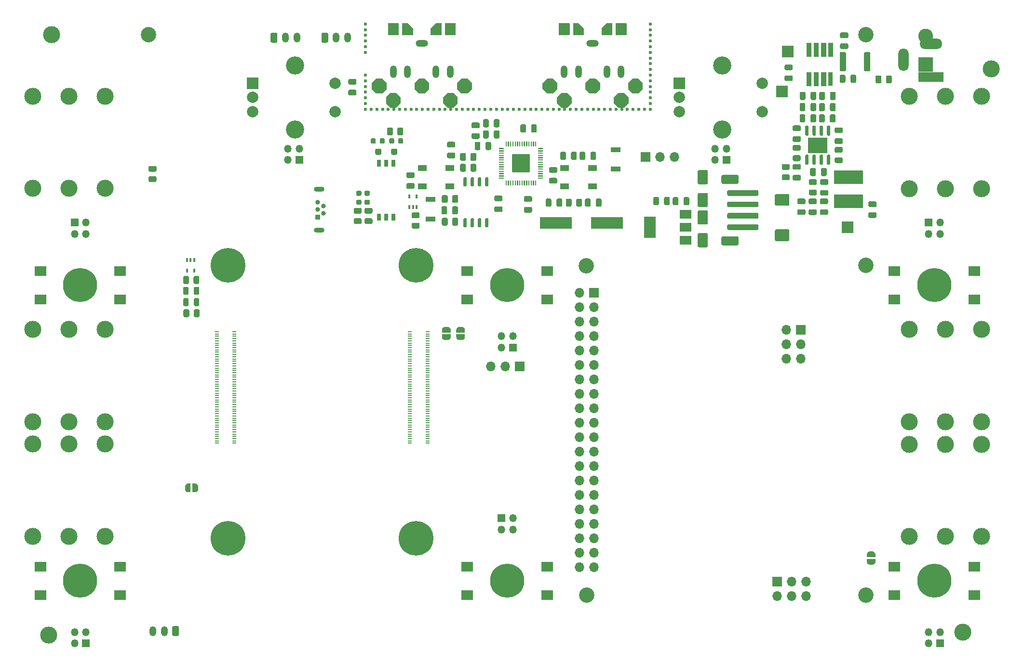
<source format=gts>
G04 #@! TF.GenerationSoftware,KiCad,Pcbnew,7.0.9-7.0.9~ubuntu23.04.1*
G04 #@! TF.CreationDate,2023-12-05T01:09:06+00:00*
G04 #@! TF.ProjectId,pedalboard-hw,70656461-6c62-46f6-9172-642d68772e6b,3.1.1*
G04 #@! TF.SameCoordinates,Original*
G04 #@! TF.FileFunction,Soldermask,Top*
G04 #@! TF.FilePolarity,Negative*
%FSLAX46Y46*%
G04 Gerber Fmt 4.6, Leading zero omitted, Abs format (unit mm)*
G04 Created by KiCad (PCBNEW 7.0.9-7.0.9~ubuntu23.04.1) date 2023-12-05 01:09:06*
%MOMM*%
%LPD*%
G01*
G04 APERTURE LIST*
%ADD10C,0.010000*%
%ADD11R,2.000000X2.000000*%
%ADD12C,2.700000*%
%ADD13C,3.000000*%
%ADD14O,1.200000X2.200000*%
%ADD15O,2.200000X1.200000*%
%ADD16R,4.400000X1.800000*%
%ADD17O,4.000000X1.800000*%
%ADD18O,1.800000X4.000000*%
%ADD19R,2.000000X1.500000*%
%ADD20R,2.000000X3.800000*%
%ADD21R,2.600000X2.600000*%
%ADD22C,2.600000*%
%ADD23R,1.350000X1.350000*%
%ADD24O,1.350000X1.350000*%
%ADD25R,1.700000X0.900000*%
%ADD26R,1.500000X1.000000*%
%ADD27R,1.700000X1.700000*%
%ADD28O,1.700000X1.700000*%
%ADD29C,0.600000*%
%ADD30R,2.000000X1.800000*%
%ADD31R,0.840000X0.840000*%
%ADD32C,0.840000*%
%ADD33O,1.850000X0.850000*%
%ADD34C,2.000000*%
%ADD35C,3.200000*%
%ADD36R,3.400000X2.710000*%
%ADD37R,0.800000X1.300000*%
%ADD38R,5.600000X2.100000*%
%ADD39C,6.100000*%
%ADD40R,0.700000X0.200000*%
%ADD41R,0.400000X0.650000*%
%ADD42R,5.100000X2.350000*%
%ADD43C,6.000000*%
%ADD44O,1.200000X1.750000*%
G04 APERTURE END LIST*
D10*
X158360000Y-26758370D02*
X157557320Y-26758370D01*
X157557320Y-24360000D01*
X158360000Y-24360000D01*
X158360000Y-26758370D01*
G36*
X158360000Y-26758370D02*
G01*
X157557320Y-26758370D01*
X157557320Y-24360000D01*
X158360000Y-24360000D01*
X158360000Y-26758370D01*
G37*
X158360000Y-31961440D02*
X157559130Y-31961440D01*
X157559130Y-29560000D01*
X158360000Y-29560000D01*
X158360000Y-31961440D01*
G36*
X158360000Y-31961440D02*
G01*
X157559130Y-31961440D01*
X157559130Y-29560000D01*
X158360000Y-29560000D01*
X158360000Y-31961440D01*
G37*
X159610000Y-26757440D02*
X158808080Y-26757440D01*
X158808080Y-24360000D01*
X159610000Y-24360000D01*
X159610000Y-26757440D01*
G36*
X159610000Y-26757440D02*
G01*
X158808080Y-26757440D01*
X158808080Y-24360000D01*
X159610000Y-24360000D01*
X159610000Y-26757440D01*
G37*
X159610000Y-31962790D02*
X158809230Y-31962790D01*
X158809230Y-29560000D01*
X159610000Y-29560000D01*
X159610000Y-31962790D01*
G36*
X159610000Y-31962790D02*
G01*
X158809230Y-31962790D01*
X158809230Y-29560000D01*
X159610000Y-29560000D01*
X159610000Y-31962790D01*
G37*
X160910000Y-26758000D02*
X160110357Y-26758000D01*
X160110357Y-24360000D01*
X160910000Y-24360000D01*
X160910000Y-26758000D01*
G36*
X160910000Y-26758000D02*
G01*
X160110357Y-26758000D01*
X160110357Y-24360000D01*
X160910000Y-24360000D01*
X160910000Y-26758000D01*
G37*
X160910000Y-31967460D02*
X160110490Y-31967460D01*
X160110490Y-29560000D01*
X160910000Y-29560000D01*
X160910000Y-31967460D01*
G36*
X160910000Y-31967460D02*
G01*
X160110490Y-31967460D01*
X160110490Y-29560000D01*
X160910000Y-29560000D01*
X160910000Y-31967460D01*
G37*
X162160000Y-26758280D02*
X161361840Y-26758280D01*
X161361840Y-24360000D01*
X162160000Y-24360000D01*
X162160000Y-26758280D01*
G36*
X162160000Y-26758280D02*
G01*
X161361840Y-26758280D01*
X161361840Y-24360000D01*
X162160000Y-24360000D01*
X162160000Y-26758280D01*
G37*
D11*
X164760000Y-56860000D03*
G36*
G01*
X114300000Y-44745000D02*
X114300000Y-43795000D01*
G75*
G02*
X114550000Y-43545000I250000J0D01*
G01*
X115050000Y-43545000D01*
G75*
G02*
X115300000Y-43795000I0J-250000D01*
G01*
X115300000Y-44745000D01*
G75*
G02*
X115050000Y-44995000I-250000J0D01*
G01*
X114550000Y-44995000D01*
G75*
G02*
X114300000Y-44745000I0J250000D01*
G01*
G37*
G36*
G01*
X116200000Y-44745000D02*
X116200000Y-43795000D01*
G75*
G02*
X116450000Y-43545000I250000J0D01*
G01*
X116950000Y-43545000D01*
G75*
G02*
X117200000Y-43795000I0J-250000D01*
G01*
X117200000Y-44745000D01*
G75*
G02*
X116950000Y-44995000I-250000J0D01*
G01*
X116450000Y-44995000D01*
G75*
G02*
X116200000Y-44745000I0J250000D01*
G01*
G37*
D12*
X168000000Y-121500000D03*
D13*
X25000000Y-23000000D03*
G36*
G01*
X96715000Y-44910000D02*
X96715000Y-44010000D01*
G75*
G02*
X96965000Y-43760000I250000J0D01*
G01*
X97490000Y-43760000D01*
G75*
G02*
X97740000Y-44010000I0J-250000D01*
G01*
X97740000Y-44910000D01*
G75*
G02*
X97490000Y-45160000I-250000J0D01*
G01*
X96965000Y-45160000D01*
G75*
G02*
X96715000Y-44910000I0J250000D01*
G01*
G37*
G36*
G01*
X98540000Y-44910000D02*
X98540000Y-44010000D01*
G75*
G02*
X98790000Y-43760000I250000J0D01*
G01*
X99315000Y-43760000D01*
G75*
G02*
X99565000Y-44010000I0J-250000D01*
G01*
X99565000Y-44910000D01*
G75*
G02*
X99315000Y-45160000I-250000J0D01*
G01*
X98790000Y-45160000D01*
G75*
G02*
X98540000Y-44910000I0J250000D01*
G01*
G37*
D14*
X125000000Y-29500000D03*
X122500000Y-29500000D03*
D15*
X120000000Y-24500000D03*
D14*
X115000000Y-29500000D03*
X117500000Y-29500000D03*
G36*
G01*
X99915000Y-41300000D02*
X98965000Y-41300000D01*
G75*
G02*
X98715000Y-41050000I0J250000D01*
G01*
X98715000Y-40550000D01*
G75*
G02*
X98965000Y-40300000I250000J0D01*
G01*
X99915000Y-40300000D01*
G75*
G02*
X100165000Y-40550000I0J-250000D01*
G01*
X100165000Y-41050000D01*
G75*
G02*
X99915000Y-41300000I-250000J0D01*
G01*
G37*
G36*
G01*
X99915000Y-39400000D02*
X98965000Y-39400000D01*
G75*
G02*
X98715000Y-39150000I0J250000D01*
G01*
X98715000Y-38650000D01*
G75*
G02*
X98965000Y-38400000I250000J0D01*
G01*
X99915000Y-38400000D01*
G75*
G02*
X100165000Y-38650000I0J-250000D01*
G01*
X100165000Y-39150000D01*
G75*
G02*
X99915000Y-39400000I-250000J0D01*
G01*
G37*
G36*
G01*
X156315000Y-48610000D02*
X155365000Y-48610000D01*
G75*
G02*
X155115000Y-48360000I0J250000D01*
G01*
X155115000Y-47860000D01*
G75*
G02*
X155365000Y-47610000I250000J0D01*
G01*
X156315000Y-47610000D01*
G75*
G02*
X156565000Y-47860000I0J-250000D01*
G01*
X156565000Y-48360000D01*
G75*
G02*
X156315000Y-48610000I-250000J0D01*
G01*
G37*
G36*
G01*
X156315000Y-46710000D02*
X155365000Y-46710000D01*
G75*
G02*
X155115000Y-46460000I0J250000D01*
G01*
X155115000Y-45960000D01*
G75*
G02*
X155365000Y-45710000I250000J0D01*
G01*
X156315000Y-45710000D01*
G75*
G02*
X156565000Y-45960000I0J-250000D01*
G01*
X156565000Y-46460000D01*
G75*
G02*
X156315000Y-46710000I-250000J0D01*
G01*
G37*
D13*
X190000000Y-29000000D03*
D11*
X153220000Y-32930000D03*
G36*
G01*
X138680000Y-53850000D02*
X139980000Y-53850000D01*
G75*
G02*
X140230000Y-54100000I0J-250000D01*
G01*
X140230000Y-56100000D01*
G75*
G02*
X139980000Y-56350000I-250000J0D01*
G01*
X138680000Y-56350000D01*
G75*
G02*
X138430000Y-56100000I0J250000D01*
G01*
X138430000Y-54100000D01*
G75*
G02*
X138680000Y-53850000I250000J0D01*
G01*
G37*
G36*
G01*
X138680000Y-57850000D02*
X139980000Y-57850000D01*
G75*
G02*
X140230000Y-58100000I0J-250000D01*
G01*
X140230000Y-60100000D01*
G75*
G02*
X139980000Y-60350000I-250000J0D01*
G01*
X138680000Y-60350000D01*
G75*
G02*
X138430000Y-60100000I0J250000D01*
G01*
X138430000Y-58100000D01*
G75*
G02*
X138680000Y-57850000I250000J0D01*
G01*
G37*
G36*
G01*
X93512500Y-56300000D02*
X93512500Y-55400000D01*
G75*
G02*
X93762500Y-55150000I250000J0D01*
G01*
X94287500Y-55150000D01*
G75*
G02*
X94537500Y-55400000I0J-250000D01*
G01*
X94537500Y-56300000D01*
G75*
G02*
X94287500Y-56550000I-250000J0D01*
G01*
X93762500Y-56550000D01*
G75*
G02*
X93512500Y-56300000I0J250000D01*
G01*
G37*
G36*
G01*
X95337500Y-56300000D02*
X95337500Y-55400000D01*
G75*
G02*
X95587500Y-55150000I250000J0D01*
G01*
X96112500Y-55150000D01*
G75*
G02*
X96362500Y-55400000I0J-250000D01*
G01*
X96362500Y-56300000D01*
G75*
G02*
X96112500Y-56550000I-250000J0D01*
G01*
X95587500Y-56550000D01*
G75*
G02*
X95337500Y-56300000I0J250000D01*
G01*
G37*
D13*
X28050000Y-50000000D03*
X28050000Y-33770000D03*
X21700000Y-50000000D03*
X21700000Y-33770000D03*
X34400000Y-50000000D03*
X34400000Y-33770000D03*
X28050000Y-111200000D03*
X28050000Y-94970000D03*
X21700000Y-111200000D03*
X21700000Y-94970000D03*
X34400000Y-111200000D03*
X34400000Y-94970000D03*
G36*
G01*
X157125000Y-54670000D02*
X156175000Y-54670000D01*
G75*
G02*
X155925000Y-54420000I0J250000D01*
G01*
X155925000Y-53920000D01*
G75*
G02*
X156175000Y-53670000I250000J0D01*
G01*
X157125000Y-53670000D01*
G75*
G02*
X157375000Y-53920000I0J-250000D01*
G01*
X157375000Y-54420000D01*
G75*
G02*
X157125000Y-54670000I-250000J0D01*
G01*
G37*
G36*
G01*
X157125000Y-52770000D02*
X156175000Y-52770000D01*
G75*
G02*
X155925000Y-52520000I0J250000D01*
G01*
X155925000Y-52020000D01*
G75*
G02*
X156175000Y-51770000I250000J0D01*
G01*
X157125000Y-51770000D01*
G75*
G02*
X157375000Y-52020000I0J-250000D01*
G01*
X157375000Y-52520000D01*
G75*
G02*
X157125000Y-52770000I-250000J0D01*
G01*
G37*
D16*
X179400000Y-30400000D03*
D17*
X179400000Y-24600000D03*
D18*
X174600000Y-27400000D03*
D19*
X136320000Y-59150000D03*
X136320000Y-56850000D03*
D20*
X130020000Y-56850000D03*
D19*
X136320000Y-54550000D03*
D21*
X178500000Y-28210000D03*
D22*
X178500000Y-23210000D03*
G36*
G01*
X133540000Y-51745000D02*
X133540000Y-52695000D01*
G75*
G02*
X133290000Y-52945000I-250000J0D01*
G01*
X132790000Y-52945000D01*
G75*
G02*
X132540000Y-52695000I0J250000D01*
G01*
X132540000Y-51745000D01*
G75*
G02*
X132790000Y-51495000I250000J0D01*
G01*
X133290000Y-51495000D01*
G75*
G02*
X133540000Y-51745000I0J-250000D01*
G01*
G37*
G36*
G01*
X131640000Y-51745000D02*
X131640000Y-52695000D01*
G75*
G02*
X131390000Y-52945000I-250000J0D01*
G01*
X130890000Y-52945000D01*
G75*
G02*
X130640000Y-52695000I0J250000D01*
G01*
X130640000Y-51745000D01*
G75*
G02*
X130890000Y-51495000I250000J0D01*
G01*
X131390000Y-51495000D01*
G75*
G02*
X131640000Y-51745000I0J-250000D01*
G01*
G37*
D23*
X29000000Y-56000000D03*
D24*
X31000000Y-56000000D03*
X29000000Y-58000000D03*
X31000000Y-58000000D03*
D25*
X124010000Y-46560000D03*
X124010000Y-43160000D03*
G36*
G01*
X96715000Y-46810000D02*
X96715000Y-45910000D01*
G75*
G02*
X96965000Y-45660000I250000J0D01*
G01*
X97490000Y-45660000D01*
G75*
G02*
X97740000Y-45910000I0J-250000D01*
G01*
X97740000Y-46810000D01*
G75*
G02*
X97490000Y-47060000I-250000J0D01*
G01*
X96965000Y-47060000D01*
G75*
G02*
X96715000Y-46810000I0J250000D01*
G01*
G37*
G36*
G01*
X98540000Y-46810000D02*
X98540000Y-45910000D01*
G75*
G02*
X98790000Y-45660000I250000J0D01*
G01*
X99315000Y-45660000D01*
G75*
G02*
X99565000Y-45910000I0J-250000D01*
G01*
X99565000Y-46810000D01*
G75*
G02*
X99315000Y-47060000I-250000J0D01*
G01*
X98790000Y-47060000D01*
G75*
G02*
X98540000Y-46810000I0J250000D01*
G01*
G37*
G36*
G01*
X96337500Y-53375000D02*
X96337500Y-54325000D01*
G75*
G02*
X96087500Y-54575000I-250000J0D01*
G01*
X95587500Y-54575000D01*
G75*
G02*
X95337500Y-54325000I0J250000D01*
G01*
X95337500Y-53375000D01*
G75*
G02*
X95587500Y-53125000I250000J0D01*
G01*
X96087500Y-53125000D01*
G75*
G02*
X96337500Y-53375000I0J-250000D01*
G01*
G37*
G36*
G01*
X94437500Y-53375000D02*
X94437500Y-54325000D01*
G75*
G02*
X94187500Y-54575000I-250000J0D01*
G01*
X93687500Y-54575000D01*
G75*
G02*
X93437500Y-54325000I0J250000D01*
G01*
X93437500Y-53375000D01*
G75*
G02*
X93687500Y-53125000I250000J0D01*
G01*
X94187500Y-53125000D01*
G75*
G02*
X94437500Y-53375000I0J-250000D01*
G01*
G37*
G36*
X49400000Y-103400000D02*
G01*
X48900000Y-103400000D01*
X48900000Y-103394911D01*
X48828843Y-103394911D01*
X48692292Y-103354816D01*
X48572570Y-103277875D01*
X48479373Y-103170320D01*
X48420254Y-103040866D01*
X48400000Y-102900000D01*
X48400000Y-102400000D01*
X48420254Y-102259134D01*
X48479373Y-102129680D01*
X48572570Y-102022125D01*
X48692292Y-101945184D01*
X48828843Y-101905089D01*
X48900000Y-101905089D01*
X48900000Y-101900000D01*
X49400000Y-101900000D01*
X49400000Y-103400000D01*
G37*
G36*
X50200000Y-101905089D02*
G01*
X50271157Y-101905089D01*
X50407708Y-101945184D01*
X50527430Y-102022125D01*
X50620627Y-102129680D01*
X50679746Y-102259134D01*
X50700000Y-102400000D01*
X50700000Y-102900000D01*
X50679746Y-103040866D01*
X50620627Y-103170320D01*
X50527430Y-103277875D01*
X50407708Y-103354816D01*
X50271157Y-103394911D01*
X50200000Y-103394911D01*
X50200000Y-103400000D01*
X49700000Y-103400000D01*
X49700000Y-101900000D01*
X50200000Y-101900000D01*
X50200000Y-101905089D01*
G37*
D26*
X119950000Y-49600000D03*
X119950000Y-46400000D03*
X115050000Y-46400000D03*
X115050000Y-49600000D03*
G36*
G01*
X154295000Y-59280000D02*
X152245000Y-59280000D01*
G75*
G02*
X151995000Y-59030000I0J250000D01*
G01*
X151995000Y-57455000D01*
G75*
G02*
X152245000Y-57205000I250000J0D01*
G01*
X154295000Y-57205000D01*
G75*
G02*
X154545000Y-57455000I0J-250000D01*
G01*
X154545000Y-59030000D01*
G75*
G02*
X154295000Y-59280000I-250000J0D01*
G01*
G37*
G36*
G01*
X154295000Y-53055000D02*
X152245000Y-53055000D01*
G75*
G02*
X151995000Y-52805000I0J250000D01*
G01*
X151995000Y-51230000D01*
G75*
G02*
X152245000Y-50980000I250000J0D01*
G01*
X154295000Y-50980000D01*
G75*
G02*
X154545000Y-51230000I0J-250000D01*
G01*
X154545000Y-52805000D01*
G75*
G02*
X154295000Y-53055000I-250000J0D01*
G01*
G37*
G36*
G01*
X93512500Y-52300000D02*
X93512500Y-51400000D01*
G75*
G02*
X93762500Y-51150000I250000J0D01*
G01*
X94287500Y-51150000D01*
G75*
G02*
X94537500Y-51400000I0J-250000D01*
G01*
X94537500Y-52300000D01*
G75*
G02*
X94287500Y-52550000I-250000J0D01*
G01*
X93762500Y-52550000D01*
G75*
G02*
X93512500Y-52300000I0J250000D01*
G01*
G37*
G36*
G01*
X95337500Y-52300000D02*
X95337500Y-51400000D01*
G75*
G02*
X95587500Y-51150000I250000J0D01*
G01*
X96112500Y-51150000D01*
G75*
G02*
X96362500Y-51400000I0J-250000D01*
G01*
X96362500Y-52300000D01*
G75*
G02*
X96112500Y-52550000I-250000J0D01*
G01*
X95587500Y-52550000D01*
G75*
G02*
X95337500Y-52300000I0J250000D01*
G01*
G37*
D13*
X28050000Y-91000000D03*
X28050000Y-74770000D03*
X21700000Y-91000000D03*
X21700000Y-74770000D03*
X34400000Y-91000000D03*
X34400000Y-74770000D03*
X181950000Y-94995000D03*
X181950000Y-111225000D03*
X188300000Y-94995000D03*
X188300000Y-111225000D03*
X175600000Y-94995000D03*
X175600000Y-111225000D03*
D27*
X129315000Y-44450000D03*
D28*
X131855000Y-44450000D03*
X134395000Y-44450000D03*
G36*
G01*
X158190000Y-47585000D02*
X158190000Y-46635000D01*
G75*
G02*
X158440000Y-46385000I250000J0D01*
G01*
X158940000Y-46385000D01*
G75*
G02*
X159190000Y-46635000I0J-250000D01*
G01*
X159190000Y-47585000D01*
G75*
G02*
X158940000Y-47835000I-250000J0D01*
G01*
X158440000Y-47835000D01*
G75*
G02*
X158190000Y-47585000I0J250000D01*
G01*
G37*
G36*
G01*
X160090000Y-47585000D02*
X160090000Y-46635000D01*
G75*
G02*
X160340000Y-46385000I250000J0D01*
G01*
X160840000Y-46385000D01*
G75*
G02*
X161090000Y-46635000I0J-250000D01*
G01*
X161090000Y-47585000D01*
G75*
G02*
X160840000Y-47835000I-250000J0D01*
G01*
X160340000Y-47835000D01*
G75*
G02*
X160090000Y-47585000I0J250000D01*
G01*
G37*
D12*
X118980000Y-121520000D03*
G36*
G01*
X156280000Y-45195000D02*
X155380000Y-45195000D01*
G75*
G02*
X155130000Y-44945000I0J250000D01*
G01*
X155130000Y-44420000D01*
G75*
G02*
X155380000Y-44170000I250000J0D01*
G01*
X156280000Y-44170000D01*
G75*
G02*
X156530000Y-44420000I0J-250000D01*
G01*
X156530000Y-44945000D01*
G75*
G02*
X156280000Y-45195000I-250000J0D01*
G01*
G37*
G36*
G01*
X156280000Y-43370000D02*
X155380000Y-43370000D01*
G75*
G02*
X155130000Y-43120000I0J250000D01*
G01*
X155130000Y-42595000D01*
G75*
G02*
X155380000Y-42345000I250000J0D01*
G01*
X156280000Y-42345000D01*
G75*
G02*
X156530000Y-42595000I0J-250000D01*
G01*
X156530000Y-43120000D01*
G75*
G02*
X156280000Y-43370000I-250000J0D01*
G01*
G37*
D23*
X181000000Y-130000000D03*
D24*
X179000000Y-130000000D03*
X181000000Y-128000000D03*
X179000000Y-128000000D03*
D29*
X80100000Y-21075000D03*
X80100000Y-22075000D03*
X80100000Y-23075000D03*
X80100000Y-24075000D03*
X80100000Y-25075000D03*
X80100000Y-26075000D03*
X80100000Y-30075000D03*
X80100000Y-31075000D03*
X80100000Y-32075000D03*
X80100000Y-33075000D03*
X80100000Y-34075000D03*
X80100000Y-35075000D03*
X80100000Y-36075000D03*
X81100000Y-36075000D03*
X82100000Y-36075000D03*
X83100000Y-36075000D03*
X84100000Y-36075000D03*
X85100000Y-36075000D03*
X86100000Y-36075000D03*
X87100000Y-36075000D03*
X88100000Y-36075000D03*
X89100000Y-36075000D03*
X90100000Y-36075000D03*
X91100000Y-36075000D03*
X92100000Y-36075000D03*
X93100000Y-36075000D03*
X94100000Y-36075000D03*
X95100000Y-36075000D03*
X96100000Y-36075000D03*
X97100000Y-36075000D03*
X98100000Y-36075000D03*
X99100000Y-36075000D03*
X100100000Y-36075000D03*
X101100000Y-36075000D03*
X102100000Y-36075000D03*
X103100000Y-36075000D03*
X104100000Y-36075000D03*
X105100000Y-36075000D03*
X106100000Y-36075000D03*
X107100000Y-36075000D03*
X108100000Y-36075000D03*
X109100000Y-36075000D03*
X110100000Y-36075000D03*
X111100000Y-36075000D03*
X112100000Y-36075000D03*
X113100000Y-36075000D03*
X114100000Y-36075000D03*
X115100000Y-36075000D03*
X116100000Y-36075000D03*
X117100000Y-36075000D03*
X118100000Y-36075000D03*
X119100000Y-36075000D03*
X120100000Y-36075000D03*
X121100000Y-36075000D03*
X122100000Y-36075000D03*
X123100000Y-36075000D03*
X124100000Y-36075000D03*
X125100000Y-36075000D03*
X126100000Y-36075000D03*
X127100000Y-36075000D03*
X128100000Y-36075000D03*
X129100000Y-36075000D03*
X130100000Y-21075000D03*
X130100000Y-22075000D03*
X130100000Y-23075000D03*
X130100000Y-24075000D03*
X130100000Y-25075000D03*
X130100000Y-26075000D03*
X130100000Y-27075000D03*
X130100000Y-28075000D03*
X130100000Y-29075000D03*
X130100000Y-30075000D03*
X130100000Y-31075000D03*
X130100000Y-32075000D03*
X130100000Y-33075000D03*
X130100000Y-34075000D03*
X130100000Y-35075000D03*
X130100000Y-36075000D03*
D23*
X31000000Y-130000000D03*
D24*
X29000000Y-130000000D03*
X31000000Y-128000000D03*
X29000000Y-128000000D03*
D30*
X98000000Y-64500000D03*
X112000000Y-64500000D03*
X98000000Y-69500000D03*
X112000000Y-69500000D03*
D13*
X185000000Y-128000000D03*
G36*
G01*
X154895000Y-31120000D02*
X153945000Y-31120000D01*
G75*
G02*
X153695000Y-30870000I0J250000D01*
G01*
X153695000Y-30370000D01*
G75*
G02*
X153945000Y-30120000I250000J0D01*
G01*
X154895000Y-30120000D01*
G75*
G02*
X155145000Y-30370000I0J-250000D01*
G01*
X155145000Y-30870000D01*
G75*
G02*
X154895000Y-31120000I-250000J0D01*
G01*
G37*
G36*
G01*
X154895000Y-29220000D02*
X153945000Y-29220000D01*
G75*
G02*
X153695000Y-28970000I0J250000D01*
G01*
X153695000Y-28470000D01*
G75*
G02*
X153945000Y-28220000I250000J0D01*
G01*
X154895000Y-28220000D01*
G75*
G02*
X155145000Y-28470000I0J-250000D01*
G01*
X155145000Y-28970000D01*
G75*
G02*
X154895000Y-29220000I-250000J0D01*
G01*
G37*
G36*
G01*
X169605000Y-55180000D02*
X168655000Y-55180000D01*
G75*
G02*
X168405000Y-54930000I0J250000D01*
G01*
X168405000Y-54430000D01*
G75*
G02*
X168655000Y-54180000I250000J0D01*
G01*
X169605000Y-54180000D01*
G75*
G02*
X169855000Y-54430000I0J-250000D01*
G01*
X169855000Y-54930000D01*
G75*
G02*
X169605000Y-55180000I-250000J0D01*
G01*
G37*
G36*
G01*
X169605000Y-53280000D02*
X168655000Y-53280000D01*
G75*
G02*
X168405000Y-53030000I0J250000D01*
G01*
X168405000Y-52530000D01*
G75*
G02*
X168655000Y-52280000I250000J0D01*
G01*
X169605000Y-52280000D01*
G75*
G02*
X169855000Y-52530000I0J-250000D01*
G01*
X169855000Y-53030000D01*
G75*
G02*
X169605000Y-53280000I-250000J0D01*
G01*
G37*
D23*
X106000000Y-78000000D03*
D24*
X104000000Y-78000000D03*
X106000000Y-76000000D03*
X104000000Y-76000000D03*
G36*
G01*
X89360000Y-57055000D02*
X88460000Y-57055000D01*
G75*
G02*
X88210000Y-56805000I0J250000D01*
G01*
X88210000Y-56280000D01*
G75*
G02*
X88460000Y-56030000I250000J0D01*
G01*
X89360000Y-56030000D01*
G75*
G02*
X89610000Y-56280000I0J-250000D01*
G01*
X89610000Y-56805000D01*
G75*
G02*
X89360000Y-57055000I-250000J0D01*
G01*
G37*
G36*
G01*
X89360000Y-55230000D02*
X88460000Y-55230000D01*
G75*
G02*
X88210000Y-54980000I0J250000D01*
G01*
X88210000Y-54455000D01*
G75*
G02*
X88460000Y-54205000I250000J0D01*
G01*
X89360000Y-54205000D01*
G75*
G02*
X89610000Y-54455000I0J-250000D01*
G01*
X89610000Y-54980000D01*
G75*
G02*
X89360000Y-55230000I-250000J0D01*
G01*
G37*
D31*
X71740000Y-55030000D03*
D32*
X72740000Y-54380000D03*
X71740000Y-53730000D03*
X72740000Y-53080000D03*
X71740000Y-52430000D03*
D33*
X71960000Y-57305000D03*
X71960000Y-50155000D03*
D25*
X91510000Y-55350000D03*
X91510000Y-51950000D03*
G36*
G01*
X163660000Y-45555000D02*
X162760000Y-45555000D01*
G75*
G02*
X162510000Y-45305000I0J250000D01*
G01*
X162510000Y-44780000D01*
G75*
G02*
X162760000Y-44530000I250000J0D01*
G01*
X163660000Y-44530000D01*
G75*
G02*
X163910000Y-44780000I0J-250000D01*
G01*
X163910000Y-45305000D01*
G75*
G02*
X163660000Y-45555000I-250000J0D01*
G01*
G37*
G36*
G01*
X163660000Y-43730000D02*
X162760000Y-43730000D01*
G75*
G02*
X162510000Y-43480000I0J250000D01*
G01*
X162510000Y-42955000D01*
G75*
G02*
X162760000Y-42705000I250000J0D01*
G01*
X163660000Y-42705000D01*
G75*
G02*
X163910000Y-42955000I0J-250000D01*
G01*
X163910000Y-43480000D01*
G75*
G02*
X163660000Y-43730000I-250000J0D01*
G01*
G37*
D12*
X42000000Y-23000000D03*
G36*
G01*
X161095000Y-54670000D02*
X160145000Y-54670000D01*
G75*
G02*
X159895000Y-54420000I0J250000D01*
G01*
X159895000Y-53920000D01*
G75*
G02*
X160145000Y-53670000I250000J0D01*
G01*
X161095000Y-53670000D01*
G75*
G02*
X161345000Y-53920000I0J-250000D01*
G01*
X161345000Y-54420000D01*
G75*
G02*
X161095000Y-54670000I-250000J0D01*
G01*
G37*
G36*
G01*
X161095000Y-52770000D02*
X160145000Y-52770000D01*
G75*
G02*
X159895000Y-52520000I0J250000D01*
G01*
X159895000Y-52020000D01*
G75*
G02*
X160145000Y-51770000I250000J0D01*
G01*
X161095000Y-51770000D01*
G75*
G02*
X161345000Y-52020000I0J-250000D01*
G01*
X161345000Y-52520000D01*
G75*
G02*
X161095000Y-52770000I-250000J0D01*
G01*
G37*
D13*
X181965000Y-33800000D03*
X181965000Y-50030000D03*
X188315000Y-33800000D03*
X188315000Y-50030000D03*
X175615000Y-33800000D03*
X175615000Y-50030000D03*
G36*
G01*
X163685000Y-42170000D02*
X162735000Y-42170000D01*
G75*
G02*
X162485000Y-41920000I0J250000D01*
G01*
X162485000Y-41420000D01*
G75*
G02*
X162735000Y-41170000I250000J0D01*
G01*
X163685000Y-41170000D01*
G75*
G02*
X163935000Y-41420000I0J-250000D01*
G01*
X163935000Y-41920000D01*
G75*
G02*
X163685000Y-42170000I-250000J0D01*
G01*
G37*
G36*
G01*
X163685000Y-40270000D02*
X162735000Y-40270000D01*
G75*
G02*
X162485000Y-40020000I0J250000D01*
G01*
X162485000Y-39520000D01*
G75*
G02*
X162735000Y-39270000I250000J0D01*
G01*
X163685000Y-39270000D01*
G75*
G02*
X163935000Y-39520000I0J-250000D01*
G01*
X163935000Y-40020000D01*
G75*
G02*
X163685000Y-40270000I-250000J0D01*
G01*
G37*
D23*
X143500000Y-45000000D03*
D24*
X141500000Y-45000000D03*
X143500000Y-43000000D03*
X141500000Y-43000000D03*
D12*
X168000000Y-63500000D03*
G36*
X111946312Y-33285921D02*
G01*
X111214079Y-32553688D01*
X111199200Y-32517767D01*
X111199200Y-31482233D01*
X111214079Y-31446312D01*
X111946312Y-30714079D01*
X111982233Y-30699200D01*
X113017767Y-30699200D01*
X113053688Y-30714079D01*
X113785921Y-31446312D01*
X113800800Y-31482233D01*
X113800800Y-32517767D01*
X113785921Y-32553688D01*
X113053688Y-33285921D01*
X113017767Y-33300800D01*
X111982233Y-33300800D01*
X111946312Y-33285921D01*
G37*
G36*
X121285921Y-32553688D02*
G01*
X120553688Y-33285921D01*
X120517767Y-33300800D01*
X119482233Y-33300800D01*
X119446312Y-33285921D01*
X118714079Y-32553688D01*
X118699200Y-32517767D01*
X118699200Y-31482233D01*
X118714079Y-31446312D01*
X119446312Y-30714079D01*
X119482233Y-30699200D01*
X120517767Y-30699200D01*
X120553688Y-30714079D01*
X121285921Y-31446312D01*
X121300800Y-31482233D01*
X121300800Y-32517767D01*
X121285921Y-32553688D01*
G37*
G36*
X126946312Y-33285921D02*
G01*
X126214079Y-32553688D01*
X126199200Y-32517767D01*
X126199200Y-31482233D01*
X126214079Y-31446312D01*
X126946312Y-30714079D01*
X126982233Y-30699200D01*
X128017767Y-30699200D01*
X128053688Y-30714079D01*
X128785921Y-31446312D01*
X128800800Y-31482233D01*
X128800800Y-32517767D01*
X128785921Y-32553688D01*
X128053688Y-33285921D01*
X128017767Y-33300800D01*
X126982233Y-33300800D01*
X126946312Y-33285921D01*
G37*
G36*
X114446312Y-35785921D02*
G01*
X113714079Y-35053688D01*
X113699200Y-35017767D01*
X113699200Y-33982233D01*
X113714079Y-33946312D01*
X114446312Y-33214079D01*
X114482233Y-33199200D01*
X115517767Y-33199200D01*
X115553688Y-33214079D01*
X116285921Y-33946312D01*
X116300800Y-33982233D01*
X116300800Y-35017767D01*
X116285921Y-35053688D01*
X115553688Y-35785921D01*
X115517767Y-35800800D01*
X114482233Y-35800800D01*
X114446312Y-35785921D01*
G37*
G36*
X124446312Y-35785921D02*
G01*
X123714079Y-35053688D01*
X123699200Y-35017767D01*
X123699200Y-33982233D01*
X123714079Y-33946312D01*
X124446312Y-33214079D01*
X124482233Y-33199200D01*
X125517767Y-33199200D01*
X125553688Y-33214079D01*
X126285921Y-33946312D01*
X126300800Y-33982233D01*
X126300800Y-35017767D01*
X126285921Y-35053688D01*
X125553688Y-35785921D01*
X125517767Y-35800800D01*
X124482233Y-35800800D01*
X124446312Y-35785921D01*
G37*
G36*
X121564079Y-23035921D02*
G01*
X121549200Y-23000000D01*
X121549200Y-21900000D01*
X121564079Y-21864079D01*
X122464079Y-20964079D01*
X122500000Y-20949200D01*
X123400000Y-20949200D01*
X123435921Y-20964079D01*
X123450800Y-21000000D01*
X123450800Y-23000000D01*
X123435921Y-23035921D01*
X123400000Y-23050800D01*
X121600000Y-23050800D01*
X121564079Y-23035921D01*
G37*
G36*
G01*
X125950800Y-21000000D02*
X125950800Y-23000000D01*
G75*
G02*
X125900000Y-23050800I-50800J0D01*
G01*
X124100000Y-23050800D01*
G75*
G02*
X124049200Y-23000000I0J50800D01*
G01*
X124049200Y-21000000D01*
G75*
G02*
X124100000Y-20949200I50800J0D01*
G01*
X125900000Y-20949200D01*
G75*
G02*
X125950800Y-21000000I0J-50800D01*
G01*
G37*
G36*
G01*
X115950800Y-21000000D02*
X115950800Y-23000000D01*
G75*
G02*
X115900000Y-23050800I-50800J0D01*
G01*
X114100000Y-23050800D01*
G75*
G02*
X114049200Y-23000000I0J50800D01*
G01*
X114049200Y-21000000D01*
G75*
G02*
X114100000Y-20949200I50800J0D01*
G01*
X115900000Y-20949200D01*
G75*
G02*
X115950800Y-21000000I0J-50800D01*
G01*
G37*
G36*
X116564079Y-23035921D02*
G01*
X116549200Y-23000000D01*
X116549200Y-21000000D01*
X116564079Y-20964079D01*
X116600000Y-20949200D01*
X117500000Y-20949200D01*
X117535921Y-20964079D01*
X118435921Y-21864079D01*
X118450800Y-21900000D01*
X118450800Y-23000000D01*
X118435921Y-23035921D01*
X118400000Y-23050800D01*
X116600000Y-23050800D01*
X116564079Y-23035921D01*
G37*
G36*
G01*
X155365000Y-38920000D02*
X156315000Y-38920000D01*
G75*
G02*
X156565000Y-39170000I0J-250000D01*
G01*
X156565000Y-39670000D01*
G75*
G02*
X156315000Y-39920000I-250000J0D01*
G01*
X155365000Y-39920000D01*
G75*
G02*
X155115000Y-39670000I0J250000D01*
G01*
X155115000Y-39170000D01*
G75*
G02*
X155365000Y-38920000I250000J0D01*
G01*
G37*
G36*
G01*
X155365000Y-40820000D02*
X156315000Y-40820000D01*
G75*
G02*
X156565000Y-41070000I0J-250000D01*
G01*
X156565000Y-41570000D01*
G75*
G02*
X156315000Y-41820000I-250000J0D01*
G01*
X155365000Y-41820000D01*
G75*
G02*
X155115000Y-41570000I0J250000D01*
G01*
X155115000Y-41070000D01*
G75*
G02*
X155365000Y-40820000I250000J0D01*
G01*
G37*
D11*
X60250000Y-31500000D03*
D34*
X60250000Y-36500000D03*
X60250000Y-34000000D03*
D35*
X67750000Y-28400000D03*
X67750000Y-39600000D03*
D34*
X74750000Y-36500000D03*
X74750000Y-31500000D03*
G36*
G01*
X159250000Y-35215000D02*
X159250000Y-36165000D01*
G75*
G02*
X159000000Y-36415000I-250000J0D01*
G01*
X158500000Y-36415000D01*
G75*
G02*
X158250000Y-36165000I0J250000D01*
G01*
X158250000Y-35215000D01*
G75*
G02*
X158500000Y-34965000I250000J0D01*
G01*
X159000000Y-34965000D01*
G75*
G02*
X159250000Y-35215000I0J-250000D01*
G01*
G37*
G36*
G01*
X157350000Y-35215000D02*
X157350000Y-36165000D01*
G75*
G02*
X157100000Y-36415000I-250000J0D01*
G01*
X156600000Y-36415000D01*
G75*
G02*
X156350000Y-36165000I0J250000D01*
G01*
X156350000Y-35215000D01*
G75*
G02*
X156600000Y-34965000I250000J0D01*
G01*
X157100000Y-34965000D01*
G75*
G02*
X157350000Y-35215000I0J-250000D01*
G01*
G37*
D36*
X159520000Y-42400000D03*
G36*
G01*
X161275000Y-38950000D02*
X161575000Y-38950000D01*
G75*
G02*
X161725000Y-39100000I0J-150000D01*
G01*
X161725000Y-40575000D01*
G75*
G02*
X161575000Y-40725000I-150000J0D01*
G01*
X161275000Y-40725000D01*
G75*
G02*
X161125000Y-40575000I0J150000D01*
G01*
X161125000Y-39100000D01*
G75*
G02*
X161275000Y-38950000I150000J0D01*
G01*
G37*
G36*
G01*
X160005000Y-38950000D02*
X160305000Y-38950000D01*
G75*
G02*
X160455000Y-39100000I0J-150000D01*
G01*
X160455000Y-40575000D01*
G75*
G02*
X160305000Y-40725000I-150000J0D01*
G01*
X160005000Y-40725000D01*
G75*
G02*
X159855000Y-40575000I0J150000D01*
G01*
X159855000Y-39100000D01*
G75*
G02*
X160005000Y-38950000I150000J0D01*
G01*
G37*
G36*
G01*
X158735000Y-38950000D02*
X159035000Y-38950000D01*
G75*
G02*
X159185000Y-39100000I0J-150000D01*
G01*
X159185000Y-40575000D01*
G75*
G02*
X159035000Y-40725000I-150000J0D01*
G01*
X158735000Y-40725000D01*
G75*
G02*
X158585000Y-40575000I0J150000D01*
G01*
X158585000Y-39100000D01*
G75*
G02*
X158735000Y-38950000I150000J0D01*
G01*
G37*
G36*
G01*
X157465000Y-38950000D02*
X157765000Y-38950000D01*
G75*
G02*
X157915000Y-39100000I0J-150000D01*
G01*
X157915000Y-40575000D01*
G75*
G02*
X157765000Y-40725000I-150000J0D01*
G01*
X157465000Y-40725000D01*
G75*
G02*
X157315000Y-40575000I0J150000D01*
G01*
X157315000Y-39100000D01*
G75*
G02*
X157465000Y-38950000I150000J0D01*
G01*
G37*
G36*
G01*
X157465000Y-44075000D02*
X157765000Y-44075000D01*
G75*
G02*
X157915000Y-44225000I0J-150000D01*
G01*
X157915000Y-45700000D01*
G75*
G02*
X157765000Y-45850000I-150000J0D01*
G01*
X157465000Y-45850000D01*
G75*
G02*
X157315000Y-45700000I0J150000D01*
G01*
X157315000Y-44225000D01*
G75*
G02*
X157465000Y-44075000I150000J0D01*
G01*
G37*
G36*
G01*
X158735000Y-44075000D02*
X159035000Y-44075000D01*
G75*
G02*
X159185000Y-44225000I0J-150000D01*
G01*
X159185000Y-45700000D01*
G75*
G02*
X159035000Y-45850000I-150000J0D01*
G01*
X158735000Y-45850000D01*
G75*
G02*
X158585000Y-45700000I0J150000D01*
G01*
X158585000Y-44225000D01*
G75*
G02*
X158735000Y-44075000I150000J0D01*
G01*
G37*
G36*
G01*
X160005000Y-44075000D02*
X160305000Y-44075000D01*
G75*
G02*
X160455000Y-44225000I0J-150000D01*
G01*
X160455000Y-45700000D01*
G75*
G02*
X160305000Y-45850000I-150000J0D01*
G01*
X160005000Y-45850000D01*
G75*
G02*
X159855000Y-45700000I0J150000D01*
G01*
X159855000Y-44225000D01*
G75*
G02*
X160005000Y-44075000I150000J0D01*
G01*
G37*
G36*
G01*
X161275000Y-44075000D02*
X161575000Y-44075000D01*
G75*
G02*
X161725000Y-44225000I0J-150000D01*
G01*
X161725000Y-45700000D01*
G75*
G02*
X161575000Y-45850000I-150000J0D01*
G01*
X161275000Y-45850000D01*
G75*
G02*
X161125000Y-45700000I0J150000D01*
G01*
X161125000Y-44225000D01*
G75*
G02*
X161275000Y-44075000I150000J0D01*
G01*
G37*
D26*
X94950000Y-49600000D03*
X94950000Y-46400000D03*
X90050000Y-46400000D03*
X90050000Y-49600000D03*
D23*
X179000000Y-56000000D03*
D24*
X181000000Y-56000000D03*
X179000000Y-58000000D03*
X181000000Y-58000000D03*
G36*
G01*
X95615000Y-44700000D02*
X94665000Y-44700000D01*
G75*
G02*
X94415000Y-44450000I0J250000D01*
G01*
X94415000Y-43950000D01*
G75*
G02*
X94665000Y-43700000I250000J0D01*
G01*
X95615000Y-43700000D01*
G75*
G02*
X95865000Y-43950000I0J-250000D01*
G01*
X95865000Y-44450000D01*
G75*
G02*
X95615000Y-44700000I-250000J0D01*
G01*
G37*
G36*
G01*
X95615000Y-42800000D02*
X94665000Y-42800000D01*
G75*
G02*
X94415000Y-42550000I0J250000D01*
G01*
X94415000Y-42050000D01*
G75*
G02*
X94665000Y-41800000I250000J0D01*
G01*
X95615000Y-41800000D01*
G75*
G02*
X95865000Y-42050000I0J-250000D01*
G01*
X95865000Y-42550000D01*
G75*
G02*
X95615000Y-42800000I-250000J0D01*
G01*
G37*
D23*
X68500000Y-45000000D03*
D24*
X66500000Y-45000000D03*
X68500000Y-43000000D03*
X66500000Y-43000000D03*
G36*
G01*
X86715000Y-39530000D02*
X86715000Y-40430000D01*
G75*
G02*
X86465000Y-40680000I-250000J0D01*
G01*
X85940000Y-40680000D01*
G75*
G02*
X85690000Y-40430000I0J250000D01*
G01*
X85690000Y-39530000D01*
G75*
G02*
X85940000Y-39280000I250000J0D01*
G01*
X86465000Y-39280000D01*
G75*
G02*
X86715000Y-39530000I0J-250000D01*
G01*
G37*
G36*
G01*
X84890000Y-39530000D02*
X84890000Y-40430000D01*
G75*
G02*
X84640000Y-40680000I-250000J0D01*
G01*
X84115000Y-40680000D01*
G75*
G02*
X83865000Y-40430000I0J250000D01*
G01*
X83865000Y-39530000D01*
G75*
G02*
X84115000Y-39280000I250000J0D01*
G01*
X84640000Y-39280000D01*
G75*
G02*
X84890000Y-39530000I0J-250000D01*
G01*
G37*
G36*
G01*
X87525000Y-47160000D02*
X88475000Y-47160000D01*
G75*
G02*
X88725000Y-47410000I0J-250000D01*
G01*
X88725000Y-47910000D01*
G75*
G02*
X88475000Y-48160000I-250000J0D01*
G01*
X87525000Y-48160000D01*
G75*
G02*
X87275000Y-47910000I0J250000D01*
G01*
X87275000Y-47410000D01*
G75*
G02*
X87525000Y-47160000I250000J0D01*
G01*
G37*
G36*
G01*
X87525000Y-49060000D02*
X88475000Y-49060000D01*
G75*
G02*
X88725000Y-49310000I0J-250000D01*
G01*
X88725000Y-49810000D01*
G75*
G02*
X88475000Y-50060000I-250000J0D01*
G01*
X87525000Y-50060000D01*
G75*
G02*
X87275000Y-49810000I0J250000D01*
G01*
X87275000Y-49310000D01*
G75*
G02*
X87525000Y-49060000I250000J0D01*
G01*
G37*
G36*
G01*
X102975000Y-51250000D02*
X103925000Y-51250000D01*
G75*
G02*
X104175000Y-51500000I0J-250000D01*
G01*
X104175000Y-52000000D01*
G75*
G02*
X103925000Y-52250000I-250000J0D01*
G01*
X102975000Y-52250000D01*
G75*
G02*
X102725000Y-52000000I0J250000D01*
G01*
X102725000Y-51500000D01*
G75*
G02*
X102975000Y-51250000I250000J0D01*
G01*
G37*
G36*
G01*
X102975000Y-53150000D02*
X103925000Y-53150000D01*
G75*
G02*
X104175000Y-53400000I0J-250000D01*
G01*
X104175000Y-53900000D01*
G75*
G02*
X103925000Y-54150000I-250000J0D01*
G01*
X102975000Y-54150000D01*
G75*
G02*
X102725000Y-53900000I0J250000D01*
G01*
X102725000Y-53400000D01*
G75*
G02*
X102975000Y-53150000I250000J0D01*
G01*
G37*
G36*
G01*
X161363000Y-31860000D02*
X161363000Y-29660000D01*
G75*
G02*
X161465000Y-29558000I102000J0D01*
G01*
X162065000Y-29558000D01*
G75*
G02*
X162167000Y-29660000I0J-102000D01*
G01*
X162167000Y-31860000D01*
G75*
G02*
X162065000Y-31962000I-102000J0D01*
G01*
X161465000Y-31962000D01*
G75*
G02*
X161363000Y-31860000I0J102000D01*
G01*
G37*
G36*
G01*
X115275000Y-52950000D02*
X115275000Y-52050000D01*
G75*
G02*
X115525000Y-51800000I250000J0D01*
G01*
X116050000Y-51800000D01*
G75*
G02*
X116300000Y-52050000I0J-250000D01*
G01*
X116300000Y-52950000D01*
G75*
G02*
X116050000Y-53200000I-250000J0D01*
G01*
X115525000Y-53200000D01*
G75*
G02*
X115275000Y-52950000I0J250000D01*
G01*
G37*
G36*
G01*
X117100000Y-52950000D02*
X117100000Y-52050000D01*
G75*
G02*
X117350000Y-51800000I250000J0D01*
G01*
X117875000Y-51800000D01*
G75*
G02*
X118125000Y-52050000I0J-250000D01*
G01*
X118125000Y-52950000D01*
G75*
G02*
X117875000Y-53200000I-250000J0D01*
G01*
X117350000Y-53200000D01*
G75*
G02*
X117100000Y-52950000I0J250000D01*
G01*
G37*
G36*
G01*
X77325000Y-30750000D02*
X78275000Y-30750000D01*
G75*
G02*
X78525000Y-31000000I0J-250000D01*
G01*
X78525000Y-31500000D01*
G75*
G02*
X78275000Y-31750000I-250000J0D01*
G01*
X77325000Y-31750000D01*
G75*
G02*
X77075000Y-31500000I0J250000D01*
G01*
X77075000Y-31000000D01*
G75*
G02*
X77325000Y-30750000I250000J0D01*
G01*
G37*
G36*
G01*
X77325000Y-32650000D02*
X78275000Y-32650000D01*
G75*
G02*
X78525000Y-32900000I0J-250000D01*
G01*
X78525000Y-33400000D01*
G75*
G02*
X78275000Y-33650000I-250000J0D01*
G01*
X77325000Y-33650000D01*
G75*
G02*
X77075000Y-33400000I0J250000D01*
G01*
X77075000Y-32900000D01*
G75*
G02*
X77325000Y-32650000I250000J0D01*
G01*
G37*
G36*
G01*
X159780000Y-34205000D02*
X159780000Y-33255000D01*
G75*
G02*
X160030000Y-33005000I250000J0D01*
G01*
X160530000Y-33005000D01*
G75*
G02*
X160780000Y-33255000I0J-250000D01*
G01*
X160780000Y-34205000D01*
G75*
G02*
X160530000Y-34455000I-250000J0D01*
G01*
X160030000Y-34455000D01*
G75*
G02*
X159780000Y-34205000I0J250000D01*
G01*
G37*
G36*
G01*
X161680000Y-34205000D02*
X161680000Y-33255000D01*
G75*
G02*
X161930000Y-33005000I250000J0D01*
G01*
X162430000Y-33005000D01*
G75*
G02*
X162680000Y-33255000I0J-250000D01*
G01*
X162680000Y-34205000D01*
G75*
G02*
X162430000Y-34455000I-250000J0D01*
G01*
X161930000Y-34455000D01*
G75*
G02*
X161680000Y-34205000I0J250000D01*
G01*
G37*
D27*
X107225000Y-81300000D03*
D28*
X104685000Y-81300000D03*
X102145000Y-81300000D03*
G36*
G01*
X166280000Y-30255000D02*
X166280000Y-31205000D01*
G75*
G02*
X166030000Y-31455000I-250000J0D01*
G01*
X165530000Y-31455000D01*
G75*
G02*
X165280000Y-31205000I0J250000D01*
G01*
X165280000Y-30255000D01*
G75*
G02*
X165530000Y-30005000I250000J0D01*
G01*
X166030000Y-30005000D01*
G75*
G02*
X166280000Y-30255000I0J-250000D01*
G01*
G37*
G36*
G01*
X164380000Y-30255000D02*
X164380000Y-31205000D01*
G75*
G02*
X164130000Y-31455000I-250000J0D01*
G01*
X163630000Y-31455000D01*
G75*
G02*
X163380000Y-31205000I0J250000D01*
G01*
X163380000Y-30255000D01*
G75*
G02*
X163630000Y-30005000I250000J0D01*
G01*
X164130000Y-30005000D01*
G75*
G02*
X164380000Y-30255000I0J-250000D01*
G01*
G37*
D13*
X181950000Y-74780000D03*
X181950000Y-91010000D03*
X188300000Y-74780000D03*
X188300000Y-91010000D03*
X175600000Y-74780000D03*
X175600000Y-91010000D03*
G36*
G01*
X164645000Y-25480000D02*
X163695000Y-25480000D01*
G75*
G02*
X163445000Y-25230000I0J250000D01*
G01*
X163445000Y-24730000D01*
G75*
G02*
X163695000Y-24480000I250000J0D01*
G01*
X164645000Y-24480000D01*
G75*
G02*
X164895000Y-24730000I0J-250000D01*
G01*
X164895000Y-25230000D01*
G75*
G02*
X164645000Y-25480000I-250000J0D01*
G01*
G37*
G36*
G01*
X164645000Y-23580000D02*
X163695000Y-23580000D01*
G75*
G02*
X163445000Y-23330000I0J250000D01*
G01*
X163445000Y-22830000D01*
G75*
G02*
X163695000Y-22580000I250000J0D01*
G01*
X164645000Y-22580000D01*
G75*
G02*
X164895000Y-22830000I0J-250000D01*
G01*
X164895000Y-23330000D01*
G75*
G02*
X164645000Y-23580000I-250000J0D01*
G01*
G37*
G36*
G01*
X159105000Y-54680000D02*
X158155000Y-54680000D01*
G75*
G02*
X157905000Y-54430000I0J250000D01*
G01*
X157905000Y-53930000D01*
G75*
G02*
X158155000Y-53680000I250000J0D01*
G01*
X159105000Y-53680000D01*
G75*
G02*
X159355000Y-53930000I0J-250000D01*
G01*
X159355000Y-54430000D01*
G75*
G02*
X159105000Y-54680000I-250000J0D01*
G01*
G37*
G36*
G01*
X159105000Y-52780000D02*
X158155000Y-52780000D01*
G75*
G02*
X157905000Y-52530000I0J250000D01*
G01*
X157905000Y-52030000D01*
G75*
G02*
X158155000Y-51780000I250000J0D01*
G01*
X159105000Y-51780000D01*
G75*
G02*
X159355000Y-52030000I0J-250000D01*
G01*
X159355000Y-52530000D01*
G75*
G02*
X159105000Y-52780000I-250000J0D01*
G01*
G37*
G36*
X169650000Y-115150000D02*
G01*
X169650000Y-115650000D01*
X169644911Y-115650000D01*
X169644911Y-115721157D01*
X169604816Y-115857708D01*
X169527875Y-115977430D01*
X169420320Y-116070627D01*
X169290866Y-116129746D01*
X169150000Y-116150000D01*
X168650000Y-116150000D01*
X168509134Y-116129746D01*
X168379680Y-116070627D01*
X168272125Y-115977430D01*
X168195184Y-115857708D01*
X168155089Y-115721157D01*
X168155089Y-115650000D01*
X168150000Y-115650000D01*
X168150000Y-115150000D01*
X169650000Y-115150000D01*
G37*
G36*
X168155089Y-114350000D02*
G01*
X168155089Y-114278843D01*
X168195184Y-114142292D01*
X168272125Y-114022570D01*
X168379680Y-113929373D01*
X168509134Y-113870254D01*
X168650000Y-113850000D01*
X169150000Y-113850000D01*
X169290866Y-113870254D01*
X169420320Y-113929373D01*
X169527875Y-114022570D01*
X169604816Y-114142292D01*
X169644911Y-114278843D01*
X169644911Y-114350000D01*
X169650000Y-114350000D01*
X169650000Y-114850000D01*
X168150000Y-114850000D01*
X168150000Y-114350000D01*
X168155089Y-114350000D01*
G37*
D30*
X23000000Y-64500000D03*
X37000000Y-64500000D03*
X23000000Y-69500000D03*
X37000000Y-69500000D03*
D37*
X85020000Y-45590000D03*
X83750000Y-45590000D03*
X82480000Y-45590000D03*
X82480000Y-55090000D03*
X83750000Y-55090000D03*
X85020000Y-55090000D03*
G36*
G01*
X81080000Y-56265000D02*
X80180000Y-56265000D01*
G75*
G02*
X79930000Y-56015000I0J250000D01*
G01*
X79930000Y-55490000D01*
G75*
G02*
X80180000Y-55240000I250000J0D01*
G01*
X81080000Y-55240000D01*
G75*
G02*
X81330000Y-55490000I0J-250000D01*
G01*
X81330000Y-56015000D01*
G75*
G02*
X81080000Y-56265000I-250000J0D01*
G01*
G37*
G36*
G01*
X81080000Y-54440000D02*
X80180000Y-54440000D01*
G75*
G02*
X79930000Y-54190000I0J250000D01*
G01*
X79930000Y-53665000D01*
G75*
G02*
X80180000Y-53415000I250000J0D01*
G01*
X81080000Y-53415000D01*
G75*
G02*
X81330000Y-53665000I0J-250000D01*
G01*
X81330000Y-54190000D01*
G75*
G02*
X81080000Y-54440000I-250000J0D01*
G01*
G37*
G36*
G01*
X48125000Y-72400000D02*
X48125000Y-71500000D01*
G75*
G02*
X48375000Y-71250000I250000J0D01*
G01*
X48900000Y-71250000D01*
G75*
G02*
X49150000Y-71500000I0J-250000D01*
G01*
X49150000Y-72400000D01*
G75*
G02*
X48900000Y-72650000I-250000J0D01*
G01*
X48375000Y-72650000D01*
G75*
G02*
X48125000Y-72400000I0J250000D01*
G01*
G37*
G36*
G01*
X49950000Y-72400000D02*
X49950000Y-71500000D01*
G75*
G02*
X50200000Y-71250000I250000J0D01*
G01*
X50725000Y-71250000D01*
G75*
G02*
X50975000Y-71500000I0J-250000D01*
G01*
X50975000Y-72400000D01*
G75*
G02*
X50725000Y-72650000I-250000J0D01*
G01*
X50200000Y-72650000D01*
G75*
G02*
X49950000Y-72400000I0J250000D01*
G01*
G37*
G36*
X97550000Y-75650000D02*
G01*
X97550000Y-76150000D01*
X97544911Y-76150000D01*
X97544911Y-76221157D01*
X97504816Y-76357708D01*
X97427875Y-76477430D01*
X97320320Y-76570627D01*
X97190866Y-76629746D01*
X97050000Y-76650000D01*
X96550000Y-76650000D01*
X96409134Y-76629746D01*
X96279680Y-76570627D01*
X96172125Y-76477430D01*
X96095184Y-76357708D01*
X96055089Y-76221157D01*
X96055089Y-76150000D01*
X96050000Y-76150000D01*
X96050000Y-75650000D01*
X97550000Y-75650000D01*
G37*
G36*
X96055089Y-74850000D02*
G01*
X96055089Y-74778843D01*
X96095184Y-74642292D01*
X96172125Y-74522570D01*
X96279680Y-74429373D01*
X96409134Y-74370254D01*
X96550000Y-74350000D01*
X97050000Y-74350000D01*
X97190866Y-74370254D01*
X97320320Y-74429373D01*
X97427875Y-74522570D01*
X97504816Y-74642292D01*
X97544911Y-74778843D01*
X97544911Y-74850000D01*
X97550000Y-74850000D01*
X97550000Y-75350000D01*
X96050000Y-75350000D01*
X96050000Y-74850000D01*
X96055089Y-74850000D01*
G37*
G36*
X95050000Y-75650000D02*
G01*
X95050000Y-76150000D01*
X95044911Y-76150000D01*
X95044911Y-76221157D01*
X95004816Y-76357708D01*
X94927875Y-76477430D01*
X94820320Y-76570627D01*
X94690866Y-76629746D01*
X94550000Y-76650000D01*
X94050000Y-76650000D01*
X93909134Y-76629746D01*
X93779680Y-76570627D01*
X93672125Y-76477430D01*
X93595184Y-76357708D01*
X93555089Y-76221157D01*
X93555089Y-76150000D01*
X93550000Y-76150000D01*
X93550000Y-75650000D01*
X95050000Y-75650000D01*
G37*
G36*
X93555089Y-74850000D02*
G01*
X93555089Y-74778843D01*
X93595184Y-74642292D01*
X93672125Y-74522570D01*
X93779680Y-74429373D01*
X93909134Y-74370254D01*
X94050000Y-74350000D01*
X94550000Y-74350000D01*
X94690866Y-74370254D01*
X94820320Y-74429373D01*
X94927875Y-74522570D01*
X95004816Y-74642292D01*
X95044911Y-74778843D01*
X95044911Y-74850000D01*
X95050000Y-74850000D01*
X95050000Y-75350000D01*
X93550000Y-75350000D01*
X93550000Y-74850000D01*
X93555089Y-74850000D01*
G37*
G36*
G01*
X104850000Y-49475000D02*
X104750000Y-49475000D01*
G75*
G02*
X104700000Y-49425000I0J50000D01*
G01*
X104700000Y-48650000D01*
G75*
G02*
X104750000Y-48600000I50000J0D01*
G01*
X104850000Y-48600000D01*
G75*
G02*
X104900000Y-48650000I0J-50000D01*
G01*
X104900000Y-49425000D01*
G75*
G02*
X104850000Y-49475000I-50000J0D01*
G01*
G37*
G36*
G01*
X105250000Y-49475000D02*
X105150000Y-49475000D01*
G75*
G02*
X105100000Y-49425000I0J50000D01*
G01*
X105100000Y-48650000D01*
G75*
G02*
X105150000Y-48600000I50000J0D01*
G01*
X105250000Y-48600000D01*
G75*
G02*
X105300000Y-48650000I0J-50000D01*
G01*
X105300000Y-49425000D01*
G75*
G02*
X105250000Y-49475000I-50000J0D01*
G01*
G37*
G36*
G01*
X105650000Y-49475000D02*
X105550000Y-49475000D01*
G75*
G02*
X105500000Y-49425000I0J50000D01*
G01*
X105500000Y-48650000D01*
G75*
G02*
X105550000Y-48600000I50000J0D01*
G01*
X105650000Y-48600000D01*
G75*
G02*
X105700000Y-48650000I0J-50000D01*
G01*
X105700000Y-49425000D01*
G75*
G02*
X105650000Y-49475000I-50000J0D01*
G01*
G37*
G36*
G01*
X106050000Y-49475000D02*
X105950000Y-49475000D01*
G75*
G02*
X105900000Y-49425000I0J50000D01*
G01*
X105900000Y-48650000D01*
G75*
G02*
X105950000Y-48600000I50000J0D01*
G01*
X106050000Y-48600000D01*
G75*
G02*
X106100000Y-48650000I0J-50000D01*
G01*
X106100000Y-49425000D01*
G75*
G02*
X106050000Y-49475000I-50000J0D01*
G01*
G37*
G36*
G01*
X106450000Y-49475000D02*
X106350000Y-49475000D01*
G75*
G02*
X106300000Y-49425000I0J50000D01*
G01*
X106300000Y-48650000D01*
G75*
G02*
X106350000Y-48600000I50000J0D01*
G01*
X106450000Y-48600000D01*
G75*
G02*
X106500000Y-48650000I0J-50000D01*
G01*
X106500000Y-49425000D01*
G75*
G02*
X106450000Y-49475000I-50000J0D01*
G01*
G37*
G36*
G01*
X106850000Y-49475000D02*
X106750000Y-49475000D01*
G75*
G02*
X106700000Y-49425000I0J50000D01*
G01*
X106700000Y-48650000D01*
G75*
G02*
X106750000Y-48600000I50000J0D01*
G01*
X106850000Y-48600000D01*
G75*
G02*
X106900000Y-48650000I0J-50000D01*
G01*
X106900000Y-49425000D01*
G75*
G02*
X106850000Y-49475000I-50000J0D01*
G01*
G37*
G36*
G01*
X107250000Y-49475000D02*
X107150000Y-49475000D01*
G75*
G02*
X107100000Y-49425000I0J50000D01*
G01*
X107100000Y-48650000D01*
G75*
G02*
X107150000Y-48600000I50000J0D01*
G01*
X107250000Y-48600000D01*
G75*
G02*
X107300000Y-48650000I0J-50000D01*
G01*
X107300000Y-49425000D01*
G75*
G02*
X107250000Y-49475000I-50000J0D01*
G01*
G37*
G36*
G01*
X107650000Y-49475000D02*
X107550000Y-49475000D01*
G75*
G02*
X107500000Y-49425000I0J50000D01*
G01*
X107500000Y-48650000D01*
G75*
G02*
X107550000Y-48600000I50000J0D01*
G01*
X107650000Y-48600000D01*
G75*
G02*
X107700000Y-48650000I0J-50000D01*
G01*
X107700000Y-49425000D01*
G75*
G02*
X107650000Y-49475000I-50000J0D01*
G01*
G37*
G36*
G01*
X108050000Y-49475000D02*
X107950000Y-49475000D01*
G75*
G02*
X107900000Y-49425000I0J50000D01*
G01*
X107900000Y-48650000D01*
G75*
G02*
X107950000Y-48600000I50000J0D01*
G01*
X108050000Y-48600000D01*
G75*
G02*
X108100000Y-48650000I0J-50000D01*
G01*
X108100000Y-49425000D01*
G75*
G02*
X108050000Y-49475000I-50000J0D01*
G01*
G37*
G36*
G01*
X108450000Y-49475000D02*
X108350000Y-49475000D01*
G75*
G02*
X108300000Y-49425000I0J50000D01*
G01*
X108300000Y-48650000D01*
G75*
G02*
X108350000Y-48600000I50000J0D01*
G01*
X108450000Y-48600000D01*
G75*
G02*
X108500000Y-48650000I0J-50000D01*
G01*
X108500000Y-49425000D01*
G75*
G02*
X108450000Y-49475000I-50000J0D01*
G01*
G37*
G36*
G01*
X108850000Y-49475000D02*
X108750000Y-49475000D01*
G75*
G02*
X108700000Y-49425000I0J50000D01*
G01*
X108700000Y-48650000D01*
G75*
G02*
X108750000Y-48600000I50000J0D01*
G01*
X108850000Y-48600000D01*
G75*
G02*
X108900000Y-48650000I0J-50000D01*
G01*
X108900000Y-49425000D01*
G75*
G02*
X108850000Y-49475000I-50000J0D01*
G01*
G37*
G36*
G01*
X109250000Y-49475000D02*
X109150000Y-49475000D01*
G75*
G02*
X109100000Y-49425000I0J50000D01*
G01*
X109100000Y-48650000D01*
G75*
G02*
X109150000Y-48600000I50000J0D01*
G01*
X109250000Y-48600000D01*
G75*
G02*
X109300000Y-48650000I0J-50000D01*
G01*
X109300000Y-49425000D01*
G75*
G02*
X109250000Y-49475000I-50000J0D01*
G01*
G37*
G36*
G01*
X109650000Y-49475000D02*
X109550000Y-49475000D01*
G75*
G02*
X109500000Y-49425000I0J50000D01*
G01*
X109500000Y-48650000D01*
G75*
G02*
X109550000Y-48600000I50000J0D01*
G01*
X109650000Y-48600000D01*
G75*
G02*
X109700000Y-48650000I0J-50000D01*
G01*
X109700000Y-49425000D01*
G75*
G02*
X109650000Y-49475000I-50000J0D01*
G01*
G37*
G36*
G01*
X110050000Y-49475000D02*
X109950000Y-49475000D01*
G75*
G02*
X109900000Y-49425000I0J50000D01*
G01*
X109900000Y-48650000D01*
G75*
G02*
X109950000Y-48600000I50000J0D01*
G01*
X110050000Y-48600000D01*
G75*
G02*
X110100000Y-48650000I0J-50000D01*
G01*
X110100000Y-49425000D01*
G75*
G02*
X110050000Y-49475000I-50000J0D01*
G01*
G37*
G36*
G01*
X111225000Y-48300000D02*
X110450000Y-48300000D01*
G75*
G02*
X110400000Y-48250000I0J50000D01*
G01*
X110400000Y-48150000D01*
G75*
G02*
X110450000Y-48100000I50000J0D01*
G01*
X111225000Y-48100000D01*
G75*
G02*
X111275000Y-48150000I0J-50000D01*
G01*
X111275000Y-48250000D01*
G75*
G02*
X111225000Y-48300000I-50000J0D01*
G01*
G37*
G36*
G01*
X111225000Y-47900000D02*
X110450000Y-47900000D01*
G75*
G02*
X110400000Y-47850000I0J50000D01*
G01*
X110400000Y-47750000D01*
G75*
G02*
X110450000Y-47700000I50000J0D01*
G01*
X111225000Y-47700000D01*
G75*
G02*
X111275000Y-47750000I0J-50000D01*
G01*
X111275000Y-47850000D01*
G75*
G02*
X111225000Y-47900000I-50000J0D01*
G01*
G37*
G36*
G01*
X111225000Y-47500000D02*
X110450000Y-47500000D01*
G75*
G02*
X110400000Y-47450000I0J50000D01*
G01*
X110400000Y-47350000D01*
G75*
G02*
X110450000Y-47300000I50000J0D01*
G01*
X111225000Y-47300000D01*
G75*
G02*
X111275000Y-47350000I0J-50000D01*
G01*
X111275000Y-47450000D01*
G75*
G02*
X111225000Y-47500000I-50000J0D01*
G01*
G37*
G36*
G01*
X111225000Y-47100000D02*
X110450000Y-47100000D01*
G75*
G02*
X110400000Y-47050000I0J50000D01*
G01*
X110400000Y-46950000D01*
G75*
G02*
X110450000Y-46900000I50000J0D01*
G01*
X111225000Y-46900000D01*
G75*
G02*
X111275000Y-46950000I0J-50000D01*
G01*
X111275000Y-47050000D01*
G75*
G02*
X111225000Y-47100000I-50000J0D01*
G01*
G37*
G36*
G01*
X111225000Y-46700000D02*
X110450000Y-46700000D01*
G75*
G02*
X110400000Y-46650000I0J50000D01*
G01*
X110400000Y-46550000D01*
G75*
G02*
X110450000Y-46500000I50000J0D01*
G01*
X111225000Y-46500000D01*
G75*
G02*
X111275000Y-46550000I0J-50000D01*
G01*
X111275000Y-46650000D01*
G75*
G02*
X111225000Y-46700000I-50000J0D01*
G01*
G37*
G36*
G01*
X111225000Y-46300000D02*
X110450000Y-46300000D01*
G75*
G02*
X110400000Y-46250000I0J50000D01*
G01*
X110400000Y-46150000D01*
G75*
G02*
X110450000Y-46100000I50000J0D01*
G01*
X111225000Y-46100000D01*
G75*
G02*
X111275000Y-46150000I0J-50000D01*
G01*
X111275000Y-46250000D01*
G75*
G02*
X111225000Y-46300000I-50000J0D01*
G01*
G37*
G36*
G01*
X111225000Y-45900000D02*
X110450000Y-45900000D01*
G75*
G02*
X110400000Y-45850000I0J50000D01*
G01*
X110400000Y-45750000D01*
G75*
G02*
X110450000Y-45700000I50000J0D01*
G01*
X111225000Y-45700000D01*
G75*
G02*
X111275000Y-45750000I0J-50000D01*
G01*
X111275000Y-45850000D01*
G75*
G02*
X111225000Y-45900000I-50000J0D01*
G01*
G37*
G36*
G01*
X111225000Y-45500000D02*
X110450000Y-45500000D01*
G75*
G02*
X110400000Y-45450000I0J50000D01*
G01*
X110400000Y-45350000D01*
G75*
G02*
X110450000Y-45300000I50000J0D01*
G01*
X111225000Y-45300000D01*
G75*
G02*
X111275000Y-45350000I0J-50000D01*
G01*
X111275000Y-45450000D01*
G75*
G02*
X111225000Y-45500000I-50000J0D01*
G01*
G37*
G36*
G01*
X111225000Y-45100000D02*
X110450000Y-45100000D01*
G75*
G02*
X110400000Y-45050000I0J50000D01*
G01*
X110400000Y-44950000D01*
G75*
G02*
X110450000Y-44900000I50000J0D01*
G01*
X111225000Y-44900000D01*
G75*
G02*
X111275000Y-44950000I0J-50000D01*
G01*
X111275000Y-45050000D01*
G75*
G02*
X111225000Y-45100000I-50000J0D01*
G01*
G37*
G36*
G01*
X111225000Y-44700000D02*
X110450000Y-44700000D01*
G75*
G02*
X110400000Y-44650000I0J50000D01*
G01*
X110400000Y-44550000D01*
G75*
G02*
X110450000Y-44500000I50000J0D01*
G01*
X111225000Y-44500000D01*
G75*
G02*
X111275000Y-44550000I0J-50000D01*
G01*
X111275000Y-44650000D01*
G75*
G02*
X111225000Y-44700000I-50000J0D01*
G01*
G37*
G36*
G01*
X111225000Y-44300000D02*
X110450000Y-44300000D01*
G75*
G02*
X110400000Y-44250000I0J50000D01*
G01*
X110400000Y-44150000D01*
G75*
G02*
X110450000Y-44100000I50000J0D01*
G01*
X111225000Y-44100000D01*
G75*
G02*
X111275000Y-44150000I0J-50000D01*
G01*
X111275000Y-44250000D01*
G75*
G02*
X111225000Y-44300000I-50000J0D01*
G01*
G37*
G36*
G01*
X111225000Y-43900000D02*
X110450000Y-43900000D01*
G75*
G02*
X110400000Y-43850000I0J50000D01*
G01*
X110400000Y-43750000D01*
G75*
G02*
X110450000Y-43700000I50000J0D01*
G01*
X111225000Y-43700000D01*
G75*
G02*
X111275000Y-43750000I0J-50000D01*
G01*
X111275000Y-43850000D01*
G75*
G02*
X111225000Y-43900000I-50000J0D01*
G01*
G37*
G36*
G01*
X111225000Y-43500000D02*
X110450000Y-43500000D01*
G75*
G02*
X110400000Y-43450000I0J50000D01*
G01*
X110400000Y-43350000D01*
G75*
G02*
X110450000Y-43300000I50000J0D01*
G01*
X111225000Y-43300000D01*
G75*
G02*
X111275000Y-43350000I0J-50000D01*
G01*
X111275000Y-43450000D01*
G75*
G02*
X111225000Y-43500000I-50000J0D01*
G01*
G37*
G36*
G01*
X111225000Y-43100000D02*
X110450000Y-43100000D01*
G75*
G02*
X110400000Y-43050000I0J50000D01*
G01*
X110400000Y-42950000D01*
G75*
G02*
X110450000Y-42900000I50000J0D01*
G01*
X111225000Y-42900000D01*
G75*
G02*
X111275000Y-42950000I0J-50000D01*
G01*
X111275000Y-43050000D01*
G75*
G02*
X111225000Y-43100000I-50000J0D01*
G01*
G37*
G36*
G01*
X110050000Y-42600000D02*
X109950000Y-42600000D01*
G75*
G02*
X109900000Y-42550000I0J50000D01*
G01*
X109900000Y-41775000D01*
G75*
G02*
X109950000Y-41725000I50000J0D01*
G01*
X110050000Y-41725000D01*
G75*
G02*
X110100000Y-41775000I0J-50000D01*
G01*
X110100000Y-42550000D01*
G75*
G02*
X110050000Y-42600000I-50000J0D01*
G01*
G37*
G36*
G01*
X109650000Y-42600000D02*
X109550000Y-42600000D01*
G75*
G02*
X109500000Y-42550000I0J50000D01*
G01*
X109500000Y-41775000D01*
G75*
G02*
X109550000Y-41725000I50000J0D01*
G01*
X109650000Y-41725000D01*
G75*
G02*
X109700000Y-41775000I0J-50000D01*
G01*
X109700000Y-42550000D01*
G75*
G02*
X109650000Y-42600000I-50000J0D01*
G01*
G37*
G36*
G01*
X109250000Y-42600000D02*
X109150000Y-42600000D01*
G75*
G02*
X109100000Y-42550000I0J50000D01*
G01*
X109100000Y-41775000D01*
G75*
G02*
X109150000Y-41725000I50000J0D01*
G01*
X109250000Y-41725000D01*
G75*
G02*
X109300000Y-41775000I0J-50000D01*
G01*
X109300000Y-42550000D01*
G75*
G02*
X109250000Y-42600000I-50000J0D01*
G01*
G37*
G36*
G01*
X108850000Y-42600000D02*
X108750000Y-42600000D01*
G75*
G02*
X108700000Y-42550000I0J50000D01*
G01*
X108700000Y-41775000D01*
G75*
G02*
X108750000Y-41725000I50000J0D01*
G01*
X108850000Y-41725000D01*
G75*
G02*
X108900000Y-41775000I0J-50000D01*
G01*
X108900000Y-42550000D01*
G75*
G02*
X108850000Y-42600000I-50000J0D01*
G01*
G37*
G36*
G01*
X108450000Y-42600000D02*
X108350000Y-42600000D01*
G75*
G02*
X108300000Y-42550000I0J50000D01*
G01*
X108300000Y-41775000D01*
G75*
G02*
X108350000Y-41725000I50000J0D01*
G01*
X108450000Y-41725000D01*
G75*
G02*
X108500000Y-41775000I0J-50000D01*
G01*
X108500000Y-42550000D01*
G75*
G02*
X108450000Y-42600000I-50000J0D01*
G01*
G37*
G36*
G01*
X108050000Y-42600000D02*
X107950000Y-42600000D01*
G75*
G02*
X107900000Y-42550000I0J50000D01*
G01*
X107900000Y-41775000D01*
G75*
G02*
X107950000Y-41725000I50000J0D01*
G01*
X108050000Y-41725000D01*
G75*
G02*
X108100000Y-41775000I0J-50000D01*
G01*
X108100000Y-42550000D01*
G75*
G02*
X108050000Y-42600000I-50000J0D01*
G01*
G37*
G36*
G01*
X107650000Y-42600000D02*
X107550000Y-42600000D01*
G75*
G02*
X107500000Y-42550000I0J50000D01*
G01*
X107500000Y-41775000D01*
G75*
G02*
X107550000Y-41725000I50000J0D01*
G01*
X107650000Y-41725000D01*
G75*
G02*
X107700000Y-41775000I0J-50000D01*
G01*
X107700000Y-42550000D01*
G75*
G02*
X107650000Y-42600000I-50000J0D01*
G01*
G37*
G36*
G01*
X107250000Y-42600000D02*
X107150000Y-42600000D01*
G75*
G02*
X107100000Y-42550000I0J50000D01*
G01*
X107100000Y-41775000D01*
G75*
G02*
X107150000Y-41725000I50000J0D01*
G01*
X107250000Y-41725000D01*
G75*
G02*
X107300000Y-41775000I0J-50000D01*
G01*
X107300000Y-42550000D01*
G75*
G02*
X107250000Y-42600000I-50000J0D01*
G01*
G37*
G36*
G01*
X106850000Y-42600000D02*
X106750000Y-42600000D01*
G75*
G02*
X106700000Y-42550000I0J50000D01*
G01*
X106700000Y-41775000D01*
G75*
G02*
X106750000Y-41725000I50000J0D01*
G01*
X106850000Y-41725000D01*
G75*
G02*
X106900000Y-41775000I0J-50000D01*
G01*
X106900000Y-42550000D01*
G75*
G02*
X106850000Y-42600000I-50000J0D01*
G01*
G37*
G36*
G01*
X106450000Y-42600000D02*
X106350000Y-42600000D01*
G75*
G02*
X106300000Y-42550000I0J50000D01*
G01*
X106300000Y-41775000D01*
G75*
G02*
X106350000Y-41725000I50000J0D01*
G01*
X106450000Y-41725000D01*
G75*
G02*
X106500000Y-41775000I0J-50000D01*
G01*
X106500000Y-42550000D01*
G75*
G02*
X106450000Y-42600000I-50000J0D01*
G01*
G37*
G36*
G01*
X106050000Y-42600000D02*
X105950000Y-42600000D01*
G75*
G02*
X105900000Y-42550000I0J50000D01*
G01*
X105900000Y-41775000D01*
G75*
G02*
X105950000Y-41725000I50000J0D01*
G01*
X106050000Y-41725000D01*
G75*
G02*
X106100000Y-41775000I0J-50000D01*
G01*
X106100000Y-42550000D01*
G75*
G02*
X106050000Y-42600000I-50000J0D01*
G01*
G37*
G36*
G01*
X105650000Y-42600000D02*
X105550000Y-42600000D01*
G75*
G02*
X105500000Y-42550000I0J50000D01*
G01*
X105500000Y-41775000D01*
G75*
G02*
X105550000Y-41725000I50000J0D01*
G01*
X105650000Y-41725000D01*
G75*
G02*
X105700000Y-41775000I0J-50000D01*
G01*
X105700000Y-42550000D01*
G75*
G02*
X105650000Y-42600000I-50000J0D01*
G01*
G37*
G36*
G01*
X105250000Y-42600000D02*
X105150000Y-42600000D01*
G75*
G02*
X105100000Y-42550000I0J50000D01*
G01*
X105100000Y-41775000D01*
G75*
G02*
X105150000Y-41725000I50000J0D01*
G01*
X105250000Y-41725000D01*
G75*
G02*
X105300000Y-41775000I0J-50000D01*
G01*
X105300000Y-42550000D01*
G75*
G02*
X105250000Y-42600000I-50000J0D01*
G01*
G37*
G36*
G01*
X104850000Y-42600000D02*
X104750000Y-42600000D01*
G75*
G02*
X104700000Y-42550000I0J50000D01*
G01*
X104700000Y-41775000D01*
G75*
G02*
X104750000Y-41725000I50000J0D01*
G01*
X104850000Y-41725000D01*
G75*
G02*
X104900000Y-41775000I0J-50000D01*
G01*
X104900000Y-42550000D01*
G75*
G02*
X104850000Y-42600000I-50000J0D01*
G01*
G37*
G36*
G01*
X104350000Y-43100000D02*
X103575000Y-43100000D01*
G75*
G02*
X103525000Y-43050000I0J50000D01*
G01*
X103525000Y-42950000D01*
G75*
G02*
X103575000Y-42900000I50000J0D01*
G01*
X104350000Y-42900000D01*
G75*
G02*
X104400000Y-42950000I0J-50000D01*
G01*
X104400000Y-43050000D01*
G75*
G02*
X104350000Y-43100000I-50000J0D01*
G01*
G37*
G36*
G01*
X104350000Y-43500000D02*
X103575000Y-43500000D01*
G75*
G02*
X103525000Y-43450000I0J50000D01*
G01*
X103525000Y-43350000D01*
G75*
G02*
X103575000Y-43300000I50000J0D01*
G01*
X104350000Y-43300000D01*
G75*
G02*
X104400000Y-43350000I0J-50000D01*
G01*
X104400000Y-43450000D01*
G75*
G02*
X104350000Y-43500000I-50000J0D01*
G01*
G37*
G36*
G01*
X104350000Y-43900000D02*
X103575000Y-43900000D01*
G75*
G02*
X103525000Y-43850000I0J50000D01*
G01*
X103525000Y-43750000D01*
G75*
G02*
X103575000Y-43700000I50000J0D01*
G01*
X104350000Y-43700000D01*
G75*
G02*
X104400000Y-43750000I0J-50000D01*
G01*
X104400000Y-43850000D01*
G75*
G02*
X104350000Y-43900000I-50000J0D01*
G01*
G37*
G36*
G01*
X104350000Y-44300000D02*
X103575000Y-44300000D01*
G75*
G02*
X103525000Y-44250000I0J50000D01*
G01*
X103525000Y-44150000D01*
G75*
G02*
X103575000Y-44100000I50000J0D01*
G01*
X104350000Y-44100000D01*
G75*
G02*
X104400000Y-44150000I0J-50000D01*
G01*
X104400000Y-44250000D01*
G75*
G02*
X104350000Y-44300000I-50000J0D01*
G01*
G37*
G36*
G01*
X104350000Y-44700000D02*
X103575000Y-44700000D01*
G75*
G02*
X103525000Y-44650000I0J50000D01*
G01*
X103525000Y-44550000D01*
G75*
G02*
X103575000Y-44500000I50000J0D01*
G01*
X104350000Y-44500000D01*
G75*
G02*
X104400000Y-44550000I0J-50000D01*
G01*
X104400000Y-44650000D01*
G75*
G02*
X104350000Y-44700000I-50000J0D01*
G01*
G37*
G36*
G01*
X104350000Y-45100000D02*
X103575000Y-45100000D01*
G75*
G02*
X103525000Y-45050000I0J50000D01*
G01*
X103525000Y-44950000D01*
G75*
G02*
X103575000Y-44900000I50000J0D01*
G01*
X104350000Y-44900000D01*
G75*
G02*
X104400000Y-44950000I0J-50000D01*
G01*
X104400000Y-45050000D01*
G75*
G02*
X104350000Y-45100000I-50000J0D01*
G01*
G37*
G36*
G01*
X104350000Y-45500000D02*
X103575000Y-45500000D01*
G75*
G02*
X103525000Y-45450000I0J50000D01*
G01*
X103525000Y-45350000D01*
G75*
G02*
X103575000Y-45300000I50000J0D01*
G01*
X104350000Y-45300000D01*
G75*
G02*
X104400000Y-45350000I0J-50000D01*
G01*
X104400000Y-45450000D01*
G75*
G02*
X104350000Y-45500000I-50000J0D01*
G01*
G37*
G36*
G01*
X104350000Y-45900000D02*
X103575000Y-45900000D01*
G75*
G02*
X103525000Y-45850000I0J50000D01*
G01*
X103525000Y-45750000D01*
G75*
G02*
X103575000Y-45700000I50000J0D01*
G01*
X104350000Y-45700000D01*
G75*
G02*
X104400000Y-45750000I0J-50000D01*
G01*
X104400000Y-45850000D01*
G75*
G02*
X104350000Y-45900000I-50000J0D01*
G01*
G37*
G36*
G01*
X104350000Y-46300000D02*
X103575000Y-46300000D01*
G75*
G02*
X103525000Y-46250000I0J50000D01*
G01*
X103525000Y-46150000D01*
G75*
G02*
X103575000Y-46100000I50000J0D01*
G01*
X104350000Y-46100000D01*
G75*
G02*
X104400000Y-46150000I0J-50000D01*
G01*
X104400000Y-46250000D01*
G75*
G02*
X104350000Y-46300000I-50000J0D01*
G01*
G37*
G36*
G01*
X104350000Y-46700000D02*
X103575000Y-46700000D01*
G75*
G02*
X103525000Y-46650000I0J50000D01*
G01*
X103525000Y-46550000D01*
G75*
G02*
X103575000Y-46500000I50000J0D01*
G01*
X104350000Y-46500000D01*
G75*
G02*
X104400000Y-46550000I0J-50000D01*
G01*
X104400000Y-46650000D01*
G75*
G02*
X104350000Y-46700000I-50000J0D01*
G01*
G37*
G36*
G01*
X104350000Y-47100000D02*
X103575000Y-47100000D01*
G75*
G02*
X103525000Y-47050000I0J50000D01*
G01*
X103525000Y-46950000D01*
G75*
G02*
X103575000Y-46900000I50000J0D01*
G01*
X104350000Y-46900000D01*
G75*
G02*
X104400000Y-46950000I0J-50000D01*
G01*
X104400000Y-47050000D01*
G75*
G02*
X104350000Y-47100000I-50000J0D01*
G01*
G37*
G36*
G01*
X104350000Y-47500000D02*
X103575000Y-47500000D01*
G75*
G02*
X103525000Y-47450000I0J50000D01*
G01*
X103525000Y-47350000D01*
G75*
G02*
X103575000Y-47300000I50000J0D01*
G01*
X104350000Y-47300000D01*
G75*
G02*
X104400000Y-47350000I0J-50000D01*
G01*
X104400000Y-47450000D01*
G75*
G02*
X104350000Y-47500000I-50000J0D01*
G01*
G37*
G36*
G01*
X104350000Y-47900000D02*
X103575000Y-47900000D01*
G75*
G02*
X103525000Y-47850000I0J50000D01*
G01*
X103525000Y-47750000D01*
G75*
G02*
X103575000Y-47700000I50000J0D01*
G01*
X104350000Y-47700000D01*
G75*
G02*
X104400000Y-47750000I0J-50000D01*
G01*
X104400000Y-47850000D01*
G75*
G02*
X104350000Y-47900000I-50000J0D01*
G01*
G37*
G36*
G01*
X104350000Y-48300000D02*
X103575000Y-48300000D01*
G75*
G02*
X103525000Y-48250000I0J50000D01*
G01*
X103525000Y-48150000D01*
G75*
G02*
X103575000Y-48100000I50000J0D01*
G01*
X104350000Y-48100000D01*
G75*
G02*
X104400000Y-48150000I0J-50000D01*
G01*
X104400000Y-48250000D01*
G75*
G02*
X104350000Y-48300000I-50000J0D01*
G01*
G37*
G36*
G01*
X108856000Y-47200000D02*
X105944000Y-47200000D01*
G75*
G02*
X105800000Y-47056000I0J144000D01*
G01*
X105800000Y-44144000D01*
G75*
G02*
X105944000Y-44000000I144000J0D01*
G01*
X108856000Y-44000000D01*
G75*
G02*
X109000000Y-44144000I0J-144000D01*
G01*
X109000000Y-47056000D01*
G75*
G02*
X108856000Y-47200000I-144000J0D01*
G01*
G37*
G36*
G01*
X50925000Y-67543750D02*
X50925000Y-68456250D01*
G75*
G02*
X50681250Y-68700000I-243750J0D01*
G01*
X50193750Y-68700000D01*
G75*
G02*
X49950000Y-68456250I0J243750D01*
G01*
X49950000Y-67543750D01*
G75*
G02*
X50193750Y-67300000I243750J0D01*
G01*
X50681250Y-67300000D01*
G75*
G02*
X50925000Y-67543750I0J-243750D01*
G01*
G37*
G36*
G01*
X49050000Y-67543750D02*
X49050000Y-68456250D01*
G75*
G02*
X48806250Y-68700000I-243750J0D01*
G01*
X48318750Y-68700000D01*
G75*
G02*
X48075000Y-68456250I0J243750D01*
G01*
X48075000Y-67543750D01*
G75*
G02*
X48318750Y-67300000I243750J0D01*
G01*
X48806250Y-67300000D01*
G75*
G02*
X49050000Y-67543750I0J-243750D01*
G01*
G37*
G36*
G01*
X136960000Y-51775000D02*
X136960000Y-52725000D01*
G75*
G02*
X136710000Y-52975000I-250000J0D01*
G01*
X136210000Y-52975000D01*
G75*
G02*
X135960000Y-52725000I0J250000D01*
G01*
X135960000Y-51775000D01*
G75*
G02*
X136210000Y-51525000I250000J0D01*
G01*
X136710000Y-51525000D01*
G75*
G02*
X136960000Y-51775000I0J-250000D01*
G01*
G37*
G36*
G01*
X135060000Y-51775000D02*
X135060000Y-52725000D01*
G75*
G02*
X134810000Y-52975000I-250000J0D01*
G01*
X134310000Y-52975000D01*
G75*
G02*
X134060000Y-52725000I0J250000D01*
G01*
X134060000Y-51775000D01*
G75*
G02*
X134310000Y-51525000I250000J0D01*
G01*
X134810000Y-51525000D01*
G75*
G02*
X135060000Y-51775000I0J-250000D01*
G01*
G37*
G36*
G01*
X159760000Y-36185000D02*
X159760000Y-35235000D01*
G75*
G02*
X160010000Y-34985000I250000J0D01*
G01*
X160510000Y-34985000D01*
G75*
G02*
X160760000Y-35235000I0J-250000D01*
G01*
X160760000Y-36185000D01*
G75*
G02*
X160510000Y-36435000I-250000J0D01*
G01*
X160010000Y-36435000D01*
G75*
G02*
X159760000Y-36185000I0J250000D01*
G01*
G37*
G36*
G01*
X161660000Y-36185000D02*
X161660000Y-35235000D01*
G75*
G02*
X161910000Y-34985000I250000J0D01*
G01*
X162410000Y-34985000D01*
G75*
G02*
X162660000Y-35235000I0J-250000D01*
G01*
X162660000Y-36185000D01*
G75*
G02*
X162410000Y-36435000I-250000J0D01*
G01*
X161910000Y-36435000D01*
G75*
G02*
X161660000Y-36185000I0J250000D01*
G01*
G37*
D23*
X104000000Y-108000000D03*
D24*
X106000000Y-108000000D03*
X104000000Y-110000000D03*
X106000000Y-110000000D03*
G36*
G01*
X139990000Y-53277500D02*
X138690000Y-53277500D01*
G75*
G02*
X138440000Y-53027500I0J250000D01*
G01*
X138440000Y-51027500D01*
G75*
G02*
X138690000Y-50777500I250000J0D01*
G01*
X139990000Y-50777500D01*
G75*
G02*
X140240000Y-51027500I0J-250000D01*
G01*
X140240000Y-53027500D01*
G75*
G02*
X139990000Y-53277500I-250000J0D01*
G01*
G37*
G36*
G01*
X139990000Y-49277500D02*
X138690000Y-49277500D01*
G75*
G02*
X138440000Y-49027500I0J250000D01*
G01*
X138440000Y-47027500D01*
G75*
G02*
X138690000Y-46777500I250000J0D01*
G01*
X139990000Y-46777500D01*
G75*
G02*
X140240000Y-47027500I0J-250000D01*
G01*
X140240000Y-49027500D01*
G75*
G02*
X139990000Y-49277500I-250000J0D01*
G01*
G37*
G36*
G01*
X154360000Y-48555000D02*
X153460000Y-48555000D01*
G75*
G02*
X153210000Y-48305000I0J250000D01*
G01*
X153210000Y-47780000D01*
G75*
G02*
X153460000Y-47530000I250000J0D01*
G01*
X154360000Y-47530000D01*
G75*
G02*
X154610000Y-47780000I0J-250000D01*
G01*
X154610000Y-48305000D01*
G75*
G02*
X154360000Y-48555000I-250000J0D01*
G01*
G37*
G36*
G01*
X154360000Y-46730000D02*
X153460000Y-46730000D01*
G75*
G02*
X153210000Y-46480000I0J250000D01*
G01*
X153210000Y-45955000D01*
G75*
G02*
X153460000Y-45705000I250000J0D01*
G01*
X154360000Y-45705000D01*
G75*
G02*
X154610000Y-45955000I0J-250000D01*
G01*
X154610000Y-46480000D01*
G75*
G02*
X154360000Y-46730000I-250000J0D01*
G01*
G37*
G36*
G01*
X107290000Y-39935000D02*
X107290000Y-38985000D01*
G75*
G02*
X107540000Y-38735000I250000J0D01*
G01*
X108040000Y-38735000D01*
G75*
G02*
X108290000Y-38985000I0J-250000D01*
G01*
X108290000Y-39935000D01*
G75*
G02*
X108040000Y-40185000I-250000J0D01*
G01*
X107540000Y-40185000D01*
G75*
G02*
X107290000Y-39935000I0J250000D01*
G01*
G37*
G36*
G01*
X109190000Y-39935000D02*
X109190000Y-38985000D01*
G75*
G02*
X109440000Y-38735000I250000J0D01*
G01*
X109940000Y-38735000D01*
G75*
G02*
X110190000Y-38985000I0J-250000D01*
G01*
X110190000Y-39935000D01*
G75*
G02*
X109940000Y-40185000I-250000J0D01*
G01*
X109440000Y-40185000D01*
G75*
G02*
X109190000Y-39935000I0J250000D01*
G01*
G37*
G36*
G01*
X78280000Y-53415000D02*
X79180000Y-53415000D01*
G75*
G02*
X79430000Y-53665000I0J-250000D01*
G01*
X79430000Y-54190000D01*
G75*
G02*
X79180000Y-54440000I-250000J0D01*
G01*
X78280000Y-54440000D01*
G75*
G02*
X78030000Y-54190000I0J250000D01*
G01*
X78030000Y-53665000D01*
G75*
G02*
X78280000Y-53415000I250000J0D01*
G01*
G37*
G36*
G01*
X78280000Y-55240000D02*
X79180000Y-55240000D01*
G75*
G02*
X79430000Y-55490000I0J-250000D01*
G01*
X79430000Y-56015000D01*
G75*
G02*
X79180000Y-56265000I-250000J0D01*
G01*
X78280000Y-56265000D01*
G75*
G02*
X78030000Y-56015000I0J250000D01*
G01*
X78030000Y-55490000D01*
G75*
G02*
X78280000Y-55240000I250000J0D01*
G01*
G37*
G36*
G01*
X84265000Y-41916250D02*
X84265000Y-41403750D01*
G75*
G02*
X84483750Y-41185000I218750J0D01*
G01*
X84921250Y-41185000D01*
G75*
G02*
X85140000Y-41403750I0J-218750D01*
G01*
X85140000Y-41916250D01*
G75*
G02*
X84921250Y-42135000I-218750J0D01*
G01*
X84483750Y-42135000D01*
G75*
G02*
X84265000Y-41916250I0J218750D01*
G01*
G37*
G36*
G01*
X85840000Y-41916250D02*
X85840000Y-41403750D01*
G75*
G02*
X86058750Y-41185000I218750J0D01*
G01*
X86496250Y-41185000D01*
G75*
G02*
X86715000Y-41403750I0J-218750D01*
G01*
X86715000Y-41916250D01*
G75*
G02*
X86496250Y-42135000I-218750J0D01*
G01*
X86058750Y-42135000D01*
G75*
G02*
X85840000Y-41916250I0J218750D01*
G01*
G37*
G36*
G01*
X85700000Y-43240000D02*
X85700000Y-43840000D01*
G75*
G02*
X85450000Y-44090000I-250000J0D01*
G01*
X84850000Y-44090000D01*
G75*
G02*
X84600000Y-43840000I0J250000D01*
G01*
X84600000Y-43240000D01*
G75*
G02*
X84850000Y-42990000I250000J0D01*
G01*
X85450000Y-42990000D01*
G75*
G02*
X85700000Y-43240000I0J-250000D01*
G01*
G37*
G36*
G01*
X82900000Y-43240000D02*
X82900000Y-43840000D01*
G75*
G02*
X82650000Y-44090000I-250000J0D01*
G01*
X82050000Y-44090000D01*
G75*
G02*
X81800000Y-43840000I0J250000D01*
G01*
X81800000Y-43240000D01*
G75*
G02*
X82050000Y-42990000I250000J0D01*
G01*
X82650000Y-42990000D01*
G75*
G02*
X82900000Y-43240000I0J-250000D01*
G01*
G37*
G36*
G01*
X117700000Y-44745000D02*
X117700000Y-43795000D01*
G75*
G02*
X117950000Y-43545000I250000J0D01*
G01*
X118450000Y-43545000D01*
G75*
G02*
X118700000Y-43795000I0J-250000D01*
G01*
X118700000Y-44745000D01*
G75*
G02*
X118450000Y-44995000I-250000J0D01*
G01*
X117950000Y-44995000D01*
G75*
G02*
X117700000Y-44745000I0J250000D01*
G01*
G37*
G36*
G01*
X119600000Y-44745000D02*
X119600000Y-43795000D01*
G75*
G02*
X119850000Y-43545000I250000J0D01*
G01*
X120350000Y-43545000D01*
G75*
G02*
X120600000Y-43795000I0J-250000D01*
G01*
X120600000Y-44745000D01*
G75*
G02*
X120350000Y-44995000I-250000J0D01*
G01*
X119850000Y-44995000D01*
G75*
G02*
X119600000Y-44745000I0J250000D01*
G01*
G37*
G36*
G01*
X103640000Y-38065000D02*
X103640000Y-39015000D01*
G75*
G02*
X103390000Y-39265000I-250000J0D01*
G01*
X102890000Y-39265000D01*
G75*
G02*
X102640000Y-39015000I0J250000D01*
G01*
X102640000Y-38065000D01*
G75*
G02*
X102890000Y-37815000I250000J0D01*
G01*
X103390000Y-37815000D01*
G75*
G02*
X103640000Y-38065000I0J-250000D01*
G01*
G37*
G36*
G01*
X101740000Y-38065000D02*
X101740000Y-39015000D01*
G75*
G02*
X101490000Y-39265000I-250000J0D01*
G01*
X100990000Y-39265000D01*
G75*
G02*
X100740000Y-39015000I0J250000D01*
G01*
X100740000Y-38065000D01*
G75*
G02*
X100990000Y-37815000I250000J0D01*
G01*
X101490000Y-37815000D01*
G75*
G02*
X101740000Y-38065000I0J-250000D01*
G01*
G37*
G36*
G01*
X169675000Y-31280000D02*
X169675000Y-30380000D01*
G75*
G02*
X169925000Y-30130000I250000J0D01*
G01*
X170450000Y-30130000D01*
G75*
G02*
X170700000Y-30380000I0J-250000D01*
G01*
X170700000Y-31280000D01*
G75*
G02*
X170450000Y-31530000I-250000J0D01*
G01*
X169925000Y-31530000D01*
G75*
G02*
X169675000Y-31280000I0J250000D01*
G01*
G37*
G36*
G01*
X171500000Y-31280000D02*
X171500000Y-30380000D01*
G75*
G02*
X171750000Y-30130000I250000J0D01*
G01*
X172275000Y-30130000D01*
G75*
G02*
X172525000Y-30380000I0J-250000D01*
G01*
X172525000Y-31280000D01*
G75*
G02*
X172275000Y-31530000I-250000J0D01*
G01*
X171750000Y-31530000D01*
G75*
G02*
X171500000Y-31280000I0J250000D01*
G01*
G37*
G36*
G01*
X83475000Y-41403750D02*
X83475000Y-41916250D01*
G75*
G02*
X83256250Y-42135000I-218750J0D01*
G01*
X82818750Y-42135000D01*
G75*
G02*
X82600000Y-41916250I0J218750D01*
G01*
X82600000Y-41403750D01*
G75*
G02*
X82818750Y-41185000I218750J0D01*
G01*
X83256250Y-41185000D01*
G75*
G02*
X83475000Y-41403750I0J-218750D01*
G01*
G37*
G36*
G01*
X81900000Y-41403750D02*
X81900000Y-41916250D01*
G75*
G02*
X81681250Y-42135000I-218750J0D01*
G01*
X81243750Y-42135000D01*
G75*
G02*
X81025000Y-41916250I0J218750D01*
G01*
X81025000Y-41403750D01*
G75*
G02*
X81243750Y-41185000I218750J0D01*
G01*
X81681250Y-41185000D01*
G75*
G02*
X81900000Y-41403750I0J-218750D01*
G01*
G37*
G36*
G01*
X114650000Y-52025000D02*
X114650000Y-52975000D01*
G75*
G02*
X114400000Y-53225000I-250000J0D01*
G01*
X113900000Y-53225000D01*
G75*
G02*
X113650000Y-52975000I0J250000D01*
G01*
X113650000Y-52025000D01*
G75*
G02*
X113900000Y-51775000I250000J0D01*
G01*
X114400000Y-51775000D01*
G75*
G02*
X114650000Y-52025000I0J-250000D01*
G01*
G37*
G36*
G01*
X112750000Y-52025000D02*
X112750000Y-52975000D01*
G75*
G02*
X112500000Y-53225000I-250000J0D01*
G01*
X112000000Y-53225000D01*
G75*
G02*
X111750000Y-52975000I0J250000D01*
G01*
X111750000Y-52025000D01*
G75*
G02*
X112000000Y-51775000I250000J0D01*
G01*
X112500000Y-51775000D01*
G75*
G02*
X112750000Y-52025000I0J-250000D01*
G01*
G37*
G36*
G01*
X168770000Y-26260000D02*
X168770000Y-29160000D01*
G75*
G02*
X168520000Y-29410000I-250000J0D01*
G01*
X167895000Y-29410000D01*
G75*
G02*
X167645000Y-29160000I0J250000D01*
G01*
X167645000Y-26260000D01*
G75*
G02*
X167895000Y-26010000I250000J0D01*
G01*
X168520000Y-26010000D01*
G75*
G02*
X168770000Y-26260000I0J-250000D01*
G01*
G37*
G36*
G01*
X164495000Y-26260000D02*
X164495000Y-29160000D01*
G75*
G02*
X164245000Y-29410000I-250000J0D01*
G01*
X163620000Y-29410000D01*
G75*
G02*
X163370000Y-29160000I0J250000D01*
G01*
X163370000Y-26260000D01*
G75*
G02*
X163620000Y-26010000I250000J0D01*
G01*
X164245000Y-26010000D01*
G75*
G02*
X164495000Y-26260000I0J-250000D01*
G01*
G37*
D12*
X118900000Y-63565600D03*
D38*
X113500000Y-56100000D03*
X122500000Y-56100000D03*
D30*
X173000000Y-116500000D03*
X187000000Y-116500000D03*
X173000000Y-121500000D03*
X187000000Y-121500000D03*
G36*
G01*
X97745000Y-56850000D02*
X97445000Y-56850000D01*
G75*
G02*
X97295000Y-56700000I0J150000D01*
G01*
X97295000Y-55400000D01*
G75*
G02*
X97445000Y-55250000I150000J0D01*
G01*
X97745000Y-55250000D01*
G75*
G02*
X97895000Y-55400000I0J-150000D01*
G01*
X97895000Y-56700000D01*
G75*
G02*
X97745000Y-56850000I-150000J0D01*
G01*
G37*
G36*
G01*
X99015000Y-56850000D02*
X98715000Y-56850000D01*
G75*
G02*
X98565000Y-56700000I0J150000D01*
G01*
X98565000Y-55400000D01*
G75*
G02*
X98715000Y-55250000I150000J0D01*
G01*
X99015000Y-55250000D01*
G75*
G02*
X99165000Y-55400000I0J-150000D01*
G01*
X99165000Y-56700000D01*
G75*
G02*
X99015000Y-56850000I-150000J0D01*
G01*
G37*
G36*
G01*
X100285000Y-56850000D02*
X99985000Y-56850000D01*
G75*
G02*
X99835000Y-56700000I0J150000D01*
G01*
X99835000Y-55400000D01*
G75*
G02*
X99985000Y-55250000I150000J0D01*
G01*
X100285000Y-55250000D01*
G75*
G02*
X100435000Y-55400000I0J-150000D01*
G01*
X100435000Y-56700000D01*
G75*
G02*
X100285000Y-56850000I-150000J0D01*
G01*
G37*
G36*
G01*
X101555000Y-56850000D02*
X101255000Y-56850000D01*
G75*
G02*
X101105000Y-56700000I0J150000D01*
G01*
X101105000Y-55400000D01*
G75*
G02*
X101255000Y-55250000I150000J0D01*
G01*
X101555000Y-55250000D01*
G75*
G02*
X101705000Y-55400000I0J-150000D01*
G01*
X101705000Y-56700000D01*
G75*
G02*
X101555000Y-56850000I-150000J0D01*
G01*
G37*
G36*
G01*
X101555000Y-49650000D02*
X101255000Y-49650000D01*
G75*
G02*
X101105000Y-49500000I0J150000D01*
G01*
X101105000Y-48200000D01*
G75*
G02*
X101255000Y-48050000I150000J0D01*
G01*
X101555000Y-48050000D01*
G75*
G02*
X101705000Y-48200000I0J-150000D01*
G01*
X101705000Y-49500000D01*
G75*
G02*
X101555000Y-49650000I-150000J0D01*
G01*
G37*
G36*
G01*
X100285000Y-49650000D02*
X99985000Y-49650000D01*
G75*
G02*
X99835000Y-49500000I0J150000D01*
G01*
X99835000Y-48200000D01*
G75*
G02*
X99985000Y-48050000I150000J0D01*
G01*
X100285000Y-48050000D01*
G75*
G02*
X100435000Y-48200000I0J-150000D01*
G01*
X100435000Y-49500000D01*
G75*
G02*
X100285000Y-49650000I-150000J0D01*
G01*
G37*
G36*
G01*
X99015000Y-49650000D02*
X98715000Y-49650000D01*
G75*
G02*
X98565000Y-49500000I0J150000D01*
G01*
X98565000Y-48200000D01*
G75*
G02*
X98715000Y-48050000I150000J0D01*
G01*
X99015000Y-48050000D01*
G75*
G02*
X99165000Y-48200000I0J-150000D01*
G01*
X99165000Y-49500000D01*
G75*
G02*
X99015000Y-49650000I-150000J0D01*
G01*
G37*
G36*
G01*
X97745000Y-49650000D02*
X97445000Y-49650000D01*
G75*
G02*
X97295000Y-49500000I0J150000D01*
G01*
X97295000Y-48200000D01*
G75*
G02*
X97445000Y-48050000I150000J0D01*
G01*
X97745000Y-48050000D01*
G75*
G02*
X97895000Y-48200000I0J-150000D01*
G01*
X97895000Y-49500000D01*
G75*
G02*
X97745000Y-49650000I-150000J0D01*
G01*
G37*
D39*
X89000000Y-111500000D03*
X89000000Y-63500000D03*
X56000000Y-111500000D03*
X56000000Y-63500000D03*
D40*
X91000000Y-94800000D03*
X87920000Y-94800000D03*
X91000000Y-94400000D03*
X87920000Y-94400000D03*
X91000000Y-94000000D03*
X87920000Y-94000000D03*
X91000000Y-93600000D03*
X87920000Y-93600000D03*
X91000000Y-93200000D03*
X87920000Y-93200000D03*
X91000000Y-92800000D03*
X87920000Y-92800000D03*
X91000000Y-92400000D03*
X87920000Y-92400000D03*
X91000000Y-92000000D03*
X87920000Y-92000000D03*
X91000000Y-91600000D03*
X87920000Y-91600000D03*
X91000000Y-91200000D03*
X87920000Y-91200000D03*
X91000000Y-90800000D03*
X87920000Y-90800000D03*
X91000000Y-90400000D03*
X87920000Y-90400000D03*
X91000000Y-90000000D03*
X87920000Y-90000000D03*
X91000000Y-89600000D03*
X87920000Y-89600000D03*
X91000000Y-89200000D03*
X87920000Y-89200000D03*
X91000000Y-88800000D03*
X87920000Y-88800000D03*
X91000000Y-88400000D03*
X87920000Y-88400000D03*
X91000000Y-88000000D03*
X87920000Y-88000000D03*
X91000000Y-87600000D03*
X87920000Y-87600000D03*
X91000000Y-87200000D03*
X87920000Y-87200000D03*
X91000000Y-86800000D03*
X87920000Y-86800000D03*
X91000000Y-86400000D03*
X87920000Y-86400000D03*
X91000000Y-86000000D03*
X87920000Y-86000000D03*
X91000000Y-85600000D03*
X87920000Y-85600000D03*
X91000000Y-85200000D03*
X87920000Y-85200000D03*
X91000000Y-84800000D03*
X87920000Y-84800000D03*
X91000000Y-84400000D03*
X87920000Y-84400000D03*
X91000000Y-84000000D03*
X87920000Y-84000000D03*
X91000000Y-83600000D03*
X87920000Y-83600000D03*
X91000000Y-83200000D03*
X87920000Y-83200000D03*
X91000000Y-82800000D03*
X87920000Y-82800000D03*
X91000000Y-82400000D03*
X87920000Y-82400000D03*
X91000000Y-82000000D03*
X87920000Y-82000000D03*
X91000000Y-81600000D03*
X87920000Y-81600000D03*
X91000000Y-81200000D03*
X87920000Y-81200000D03*
X91000000Y-80800000D03*
X87920000Y-80800000D03*
X91000000Y-80400000D03*
X87920000Y-80400000D03*
X91000000Y-80000000D03*
X87920000Y-80000000D03*
X91000000Y-79600000D03*
X87920000Y-79600000D03*
X91000000Y-79200000D03*
X87920000Y-79200000D03*
X91000000Y-78800000D03*
X87920000Y-78800000D03*
X91000000Y-78400000D03*
X87920000Y-78400000D03*
X91000000Y-78000000D03*
X87920000Y-78000000D03*
X91000000Y-77600000D03*
X87920000Y-77600000D03*
X91000000Y-77200000D03*
X87920000Y-77200000D03*
X91000000Y-76800000D03*
X87920000Y-76800000D03*
X91000000Y-76400000D03*
X87920000Y-76400000D03*
X91000000Y-76000000D03*
X87920000Y-76000000D03*
X91000000Y-75600000D03*
X87920000Y-75600000D03*
X91000000Y-75200000D03*
X87920000Y-75200000D03*
X57080000Y-94800000D03*
X54000000Y-94800000D03*
X57080000Y-94400000D03*
X54000000Y-94400000D03*
X57080000Y-94000000D03*
X54000000Y-94000000D03*
X57080000Y-93600000D03*
X54000000Y-93600000D03*
X57080000Y-93200000D03*
X54000000Y-93200000D03*
X57080000Y-92800000D03*
X54000000Y-92800000D03*
X57080000Y-92400000D03*
X54000000Y-92400000D03*
X57080000Y-92000000D03*
X54000000Y-92000000D03*
X57080000Y-91600000D03*
X54000000Y-91600000D03*
X57080000Y-91200000D03*
X54000000Y-91200000D03*
X57080000Y-90800000D03*
X54000000Y-90800000D03*
X57080000Y-90400000D03*
X54000000Y-90400000D03*
X57080000Y-90000000D03*
X54000000Y-90000000D03*
X57080000Y-89600000D03*
X54000000Y-89600000D03*
X57080000Y-89200000D03*
X54000000Y-89200000D03*
X57080000Y-88800000D03*
X54000000Y-88800000D03*
X57080000Y-88400000D03*
X54000000Y-88400000D03*
X57080000Y-88000000D03*
X54000000Y-88000000D03*
X57080000Y-87600000D03*
X54000000Y-87600000D03*
X57080000Y-87200000D03*
X54000000Y-87200000D03*
X57080000Y-86800000D03*
X54000000Y-86800000D03*
X57080000Y-86400000D03*
X54000000Y-86400000D03*
X57080000Y-86000000D03*
X54000000Y-86000000D03*
X57080000Y-85600000D03*
X54000000Y-85600000D03*
X57080000Y-85200000D03*
X54000000Y-85200000D03*
X57080000Y-84800000D03*
X54000000Y-84800000D03*
X57080000Y-84400000D03*
X54000000Y-84400000D03*
X57080000Y-84000000D03*
X54000000Y-84000000D03*
X57080000Y-83600000D03*
X54000000Y-83600000D03*
X57080000Y-83200000D03*
X54000000Y-83200000D03*
X57080000Y-82800000D03*
X54000000Y-82800000D03*
X57080000Y-82400000D03*
X54000000Y-82400000D03*
X57080000Y-82000000D03*
X54000000Y-82000000D03*
X57080000Y-81600000D03*
X54000000Y-81600000D03*
X57080000Y-81200000D03*
X54000000Y-81200000D03*
X57080000Y-80800000D03*
X54000000Y-80800000D03*
X57080000Y-80400000D03*
X54000000Y-80400000D03*
X57080000Y-80000000D03*
X54000000Y-80000000D03*
X57080000Y-79600000D03*
X54000000Y-79600000D03*
X57080000Y-79200000D03*
X54000000Y-79200000D03*
X57080000Y-78800000D03*
X54000000Y-78800000D03*
X57080000Y-78400000D03*
X54000000Y-78400000D03*
X57080000Y-78000000D03*
X54000000Y-78000000D03*
X57080000Y-77600000D03*
X54000000Y-77600000D03*
X57080000Y-77200000D03*
X54000000Y-77200000D03*
X57080000Y-76800000D03*
X54000000Y-76800000D03*
X57080000Y-76400000D03*
X54000000Y-76400000D03*
X57080000Y-76000000D03*
X54000000Y-76000000D03*
X57080000Y-75600000D03*
X54000000Y-75600000D03*
X57080000Y-75200000D03*
X54000000Y-75200000D03*
D13*
X24500000Y-128500000D03*
D30*
X173000000Y-64500000D03*
X187000000Y-64500000D03*
X173000000Y-69500000D03*
X187000000Y-69500000D03*
G36*
G01*
X159240000Y-37195000D02*
X159240000Y-38145000D01*
G75*
G02*
X158990000Y-38395000I-250000J0D01*
G01*
X158490000Y-38395000D01*
G75*
G02*
X158240000Y-38145000I0J250000D01*
G01*
X158240000Y-37195000D01*
G75*
G02*
X158490000Y-36945000I250000J0D01*
G01*
X158990000Y-36945000D01*
G75*
G02*
X159240000Y-37195000I0J-250000D01*
G01*
G37*
G36*
G01*
X157340000Y-37195000D02*
X157340000Y-38145000D01*
G75*
G02*
X157090000Y-38395000I-250000J0D01*
G01*
X156590000Y-38395000D01*
G75*
G02*
X156340000Y-38145000I0J250000D01*
G01*
X156340000Y-37195000D01*
G75*
G02*
X156590000Y-36945000I250000J0D01*
G01*
X157090000Y-36945000D01*
G75*
G02*
X157340000Y-37195000I0J-250000D01*
G01*
G37*
G36*
G01*
X159270000Y-33255000D02*
X159270000Y-34205000D01*
G75*
G02*
X159020000Y-34455000I-250000J0D01*
G01*
X158520000Y-34455000D01*
G75*
G02*
X158270000Y-34205000I0J250000D01*
G01*
X158270000Y-33255000D01*
G75*
G02*
X158520000Y-33005000I250000J0D01*
G01*
X159020000Y-33005000D01*
G75*
G02*
X159270000Y-33255000I0J-250000D01*
G01*
G37*
G36*
G01*
X157370000Y-33255000D02*
X157370000Y-34205000D01*
G75*
G02*
X157120000Y-34455000I-250000J0D01*
G01*
X156620000Y-34455000D01*
G75*
G02*
X156370000Y-34205000I0J250000D01*
G01*
X156370000Y-33255000D01*
G75*
G02*
X156620000Y-33005000I250000J0D01*
G01*
X157120000Y-33005000D01*
G75*
G02*
X157370000Y-33255000I0J-250000D01*
G01*
G37*
X23000000Y-116500000D03*
X37000000Y-116500000D03*
X23000000Y-121500000D03*
X37000000Y-121500000D03*
G36*
G01*
X159750000Y-38155000D02*
X159750000Y-37205000D01*
G75*
G02*
X160000000Y-36955000I250000J0D01*
G01*
X160500000Y-36955000D01*
G75*
G02*
X160750000Y-37205000I0J-250000D01*
G01*
X160750000Y-38155000D01*
G75*
G02*
X160500000Y-38405000I-250000J0D01*
G01*
X160000000Y-38405000D01*
G75*
G02*
X159750000Y-38155000I0J250000D01*
G01*
G37*
G36*
G01*
X161650000Y-38155000D02*
X161650000Y-37205000D01*
G75*
G02*
X161900000Y-36955000I250000J0D01*
G01*
X162400000Y-36955000D01*
G75*
G02*
X162650000Y-37205000I0J-250000D01*
G01*
X162650000Y-38155000D01*
G75*
G02*
X162400000Y-38405000I-250000J0D01*
G01*
X161900000Y-38405000D01*
G75*
G02*
X161650000Y-38155000I0J250000D01*
G01*
G37*
G36*
G01*
X48075000Y-66550000D02*
X48075000Y-65650000D01*
G75*
G02*
X48325000Y-65400000I250000J0D01*
G01*
X48850000Y-65400000D01*
G75*
G02*
X49100000Y-65650000I0J-250000D01*
G01*
X49100000Y-66550000D01*
G75*
G02*
X48850000Y-66800000I-250000J0D01*
G01*
X48325000Y-66800000D01*
G75*
G02*
X48075000Y-66550000I0J250000D01*
G01*
G37*
G36*
G01*
X49900000Y-66550000D02*
X49900000Y-65650000D01*
G75*
G02*
X50150000Y-65400000I250000J0D01*
G01*
X50675000Y-65400000D01*
G75*
G02*
X50925000Y-65650000I0J-250000D01*
G01*
X50925000Y-66550000D01*
G75*
G02*
X50675000Y-66800000I-250000J0D01*
G01*
X50150000Y-66800000D01*
G75*
G02*
X49900000Y-66550000I0J250000D01*
G01*
G37*
G36*
G01*
X112575000Y-46250000D02*
X113525000Y-46250000D01*
G75*
G02*
X113775000Y-46500000I0J-250000D01*
G01*
X113775000Y-47000000D01*
G75*
G02*
X113525000Y-47250000I-250000J0D01*
G01*
X112575000Y-47250000D01*
G75*
G02*
X112325000Y-47000000I0J250000D01*
G01*
X112325000Y-46500000D01*
G75*
G02*
X112575000Y-46250000I250000J0D01*
G01*
G37*
G36*
G01*
X112575000Y-48150000D02*
X113525000Y-48150000D01*
G75*
G02*
X113775000Y-48400000I0J-250000D01*
G01*
X113775000Y-48900000D01*
G75*
G02*
X113525000Y-49150000I-250000J0D01*
G01*
X112575000Y-49150000D01*
G75*
G02*
X112325000Y-48900000I0J250000D01*
G01*
X112325000Y-48400000D01*
G75*
G02*
X112575000Y-48150000I250000J0D01*
G01*
G37*
G36*
G01*
X158220000Y-48375000D02*
X159120000Y-48375000D01*
G75*
G02*
X159370000Y-48625000I0J-250000D01*
G01*
X159370000Y-49150000D01*
G75*
G02*
X159120000Y-49400000I-250000J0D01*
G01*
X158220000Y-49400000D01*
G75*
G02*
X157970000Y-49150000I0J250000D01*
G01*
X157970000Y-48625000D01*
G75*
G02*
X158220000Y-48375000I250000J0D01*
G01*
G37*
G36*
G01*
X158220000Y-50200000D02*
X159120000Y-50200000D01*
G75*
G02*
X159370000Y-50450000I0J-250000D01*
G01*
X159370000Y-50975000D01*
G75*
G02*
X159120000Y-51225000I-250000J0D01*
G01*
X158220000Y-51225000D01*
G75*
G02*
X157970000Y-50975000I0J250000D01*
G01*
X157970000Y-50450000D01*
G75*
G02*
X158220000Y-50200000I250000J0D01*
G01*
G37*
D12*
X168000000Y-23000000D03*
G36*
G01*
X50925000Y-69543750D02*
X50925000Y-70456250D01*
G75*
G02*
X50681250Y-70700000I-243750J0D01*
G01*
X50193750Y-70700000D01*
G75*
G02*
X49950000Y-70456250I0J243750D01*
G01*
X49950000Y-69543750D01*
G75*
G02*
X50193750Y-69300000I243750J0D01*
G01*
X50681250Y-69300000D01*
G75*
G02*
X50925000Y-69543750I0J-243750D01*
G01*
G37*
G36*
G01*
X49050000Y-69543750D02*
X49050000Y-70456250D01*
G75*
G02*
X48806250Y-70700000I-243750J0D01*
G01*
X48318750Y-70700000D01*
G75*
G02*
X48075000Y-70456250I0J243750D01*
G01*
X48075000Y-69543750D01*
G75*
G02*
X48318750Y-69300000I243750J0D01*
G01*
X48806250Y-69300000D01*
G75*
G02*
X49050000Y-69543750I0J-243750D01*
G01*
G37*
G36*
G01*
X103650000Y-40025000D02*
X103650000Y-40975000D01*
G75*
G02*
X103400000Y-41225000I-250000J0D01*
G01*
X102900000Y-41225000D01*
G75*
G02*
X102650000Y-40975000I0J250000D01*
G01*
X102650000Y-40025000D01*
G75*
G02*
X102900000Y-39775000I250000J0D01*
G01*
X103400000Y-39775000D01*
G75*
G02*
X103650000Y-40025000I0J-250000D01*
G01*
G37*
G36*
G01*
X101750000Y-40025000D02*
X101750000Y-40975000D01*
G75*
G02*
X101500000Y-41225000I-250000J0D01*
G01*
X101000000Y-41225000D01*
G75*
G02*
X100750000Y-40975000I0J250000D01*
G01*
X100750000Y-40025000D01*
G75*
G02*
X101000000Y-39775000I250000J0D01*
G01*
X101500000Y-39775000D01*
G75*
G02*
X101750000Y-40025000I0J-250000D01*
G01*
G37*
G36*
G01*
X78673750Y-50415000D02*
X79186250Y-50415000D01*
G75*
G02*
X79405000Y-50633750I0J-218750D01*
G01*
X79405000Y-51071250D01*
G75*
G02*
X79186250Y-51290000I-218750J0D01*
G01*
X78673750Y-51290000D01*
G75*
G02*
X78455000Y-51071250I0J218750D01*
G01*
X78455000Y-50633750D01*
G75*
G02*
X78673750Y-50415000I218750J0D01*
G01*
G37*
G36*
G01*
X78673750Y-51990000D02*
X79186250Y-51990000D01*
G75*
G02*
X79405000Y-52208750I0J-218750D01*
G01*
X79405000Y-52646250D01*
G75*
G02*
X79186250Y-52865000I-218750J0D01*
G01*
X78673750Y-52865000D01*
G75*
G02*
X78455000Y-52646250I0J218750D01*
G01*
X78455000Y-52208750D01*
G75*
G02*
X78673750Y-51990000I218750J0D01*
G01*
G37*
D11*
X154230000Y-25940000D03*
G36*
G01*
X42250000Y-46035000D02*
X43150000Y-46035000D01*
G75*
G02*
X43400000Y-46285000I0J-250000D01*
G01*
X43400000Y-46810000D01*
G75*
G02*
X43150000Y-47060000I-250000J0D01*
G01*
X42250000Y-47060000D01*
G75*
G02*
X42000000Y-46810000I0J250000D01*
G01*
X42000000Y-46285000D01*
G75*
G02*
X42250000Y-46035000I250000J0D01*
G01*
G37*
G36*
G01*
X42250000Y-47860000D02*
X43150000Y-47860000D01*
G75*
G02*
X43400000Y-48110000I0J-250000D01*
G01*
X43400000Y-48635000D01*
G75*
G02*
X43150000Y-48885000I-250000J0D01*
G01*
X42250000Y-48885000D01*
G75*
G02*
X42000000Y-48635000I0J250000D01*
G01*
X42000000Y-48110000D01*
G75*
G02*
X42250000Y-47860000I250000J0D01*
G01*
G37*
D41*
X87810000Y-53300000D03*
X88460000Y-53300000D03*
X89110000Y-53300000D03*
X89110000Y-51400000D03*
X87810000Y-51400000D03*
D11*
X135250000Y-31500000D03*
D34*
X135250000Y-36500000D03*
X135250000Y-34000000D03*
D35*
X142750000Y-28400000D03*
X142750000Y-39600000D03*
D34*
X149750000Y-36500000D03*
X149750000Y-31500000D03*
D30*
X98000000Y-116500000D03*
X112000000Y-116500000D03*
X98000000Y-121500000D03*
X112000000Y-121500000D03*
D41*
X50050000Y-62550600D03*
X49400000Y-62550600D03*
X48750000Y-62550600D03*
X48750000Y-64450600D03*
X50050000Y-64450600D03*
G36*
G01*
X108165000Y-51350000D02*
X109115000Y-51350000D01*
G75*
G02*
X109365000Y-51600000I0J-250000D01*
G01*
X109365000Y-52100000D01*
G75*
G02*
X109115000Y-52350000I-250000J0D01*
G01*
X108165000Y-52350000D01*
G75*
G02*
X107915000Y-52100000I0J250000D01*
G01*
X107915000Y-51600000D01*
G75*
G02*
X108165000Y-51350000I250000J0D01*
G01*
G37*
G36*
G01*
X108165000Y-53250000D02*
X109115000Y-53250000D01*
G75*
G02*
X109365000Y-53500000I0J-250000D01*
G01*
X109365000Y-54000000D01*
G75*
G02*
X109115000Y-54250000I-250000J0D01*
G01*
X108165000Y-54250000D01*
G75*
G02*
X107915000Y-54000000I0J250000D01*
G01*
X107915000Y-53500000D01*
G75*
G02*
X108165000Y-53250000I250000J0D01*
G01*
G37*
G36*
G01*
X118650000Y-52975000D02*
X118650000Y-52025000D01*
G75*
G02*
X118900000Y-51775000I250000J0D01*
G01*
X119400000Y-51775000D01*
G75*
G02*
X119650000Y-52025000I0J-250000D01*
G01*
X119650000Y-52975000D01*
G75*
G02*
X119400000Y-53225000I-250000J0D01*
G01*
X118900000Y-53225000D01*
G75*
G02*
X118650000Y-52975000I0J250000D01*
G01*
G37*
G36*
G01*
X120550000Y-52975000D02*
X120550000Y-52025000D01*
G75*
G02*
X120800000Y-51775000I250000J0D01*
G01*
X121300000Y-51775000D01*
G75*
G02*
X121550000Y-52025000I0J-250000D01*
G01*
X121550000Y-52975000D01*
G75*
G02*
X121300000Y-53225000I-250000J0D01*
G01*
X120800000Y-53225000D01*
G75*
G02*
X120550000Y-52975000I0J250000D01*
G01*
G37*
G36*
G01*
X161145000Y-51270000D02*
X160195000Y-51270000D01*
G75*
G02*
X159945000Y-51020000I0J250000D01*
G01*
X159945000Y-50520000D01*
G75*
G02*
X160195000Y-50270000I250000J0D01*
G01*
X161145000Y-50270000D01*
G75*
G02*
X161395000Y-50520000I0J-250000D01*
G01*
X161395000Y-51020000D01*
G75*
G02*
X161145000Y-51270000I-250000J0D01*
G01*
G37*
G36*
G01*
X161145000Y-49370000D02*
X160195000Y-49370000D01*
G75*
G02*
X159945000Y-49120000I0J250000D01*
G01*
X159945000Y-48620000D01*
G75*
G02*
X160195000Y-48370000I250000J0D01*
G01*
X161145000Y-48370000D01*
G75*
G02*
X161395000Y-48620000I0J-250000D01*
G01*
X161395000Y-49120000D01*
G75*
G02*
X161145000Y-49370000I-250000J0D01*
G01*
G37*
G36*
X81946312Y-33285921D02*
G01*
X81214079Y-32553688D01*
X81199200Y-32517767D01*
X81199200Y-31482233D01*
X81214079Y-31446312D01*
X81946312Y-30714079D01*
X81982233Y-30699200D01*
X83017767Y-30699200D01*
X83053688Y-30714079D01*
X83785921Y-31446312D01*
X83800800Y-31482233D01*
X83800800Y-32517767D01*
X83785921Y-32553688D01*
X83053688Y-33285921D01*
X83017767Y-33300800D01*
X81982233Y-33300800D01*
X81946312Y-33285921D01*
G37*
G36*
X91285921Y-32553688D02*
G01*
X90553688Y-33285921D01*
X90517767Y-33300800D01*
X89482233Y-33300800D01*
X89446312Y-33285921D01*
X88714079Y-32553688D01*
X88699200Y-32517767D01*
X88699200Y-31482233D01*
X88714079Y-31446312D01*
X89446312Y-30714079D01*
X89482233Y-30699200D01*
X90517767Y-30699200D01*
X90553688Y-30714079D01*
X91285921Y-31446312D01*
X91300800Y-31482233D01*
X91300800Y-32517767D01*
X91285921Y-32553688D01*
G37*
G36*
X96946312Y-33285921D02*
G01*
X96214079Y-32553688D01*
X96199200Y-32517767D01*
X96199200Y-31482233D01*
X96214079Y-31446312D01*
X96946312Y-30714079D01*
X96982233Y-30699200D01*
X98017767Y-30699200D01*
X98053688Y-30714079D01*
X98785921Y-31446312D01*
X98800800Y-31482233D01*
X98800800Y-32517767D01*
X98785921Y-32553688D01*
X98053688Y-33285921D01*
X98017767Y-33300800D01*
X96982233Y-33300800D01*
X96946312Y-33285921D01*
G37*
G36*
X84446312Y-35785921D02*
G01*
X83714079Y-35053688D01*
X83699200Y-35017767D01*
X83699200Y-33982233D01*
X83714079Y-33946312D01*
X84446312Y-33214079D01*
X84482233Y-33199200D01*
X85517767Y-33199200D01*
X85553688Y-33214079D01*
X86285921Y-33946312D01*
X86300800Y-33982233D01*
X86300800Y-35017767D01*
X86285921Y-35053688D01*
X85553688Y-35785921D01*
X85517767Y-35800800D01*
X84482233Y-35800800D01*
X84446312Y-35785921D01*
G37*
G36*
X94446312Y-35785921D02*
G01*
X93714079Y-35053688D01*
X93699200Y-35017767D01*
X93699200Y-33982233D01*
X93714079Y-33946312D01*
X94446312Y-33214079D01*
X94482233Y-33199200D01*
X95517767Y-33199200D01*
X95553688Y-33214079D01*
X96285921Y-33946312D01*
X96300800Y-33982233D01*
X96300800Y-35017767D01*
X96285921Y-35053688D01*
X95553688Y-35785921D01*
X95517767Y-35800800D01*
X94482233Y-35800800D01*
X94446312Y-35785921D01*
G37*
G36*
X91564079Y-23035921D02*
G01*
X91549200Y-23000000D01*
X91549200Y-21900000D01*
X91564079Y-21864079D01*
X92464079Y-20964079D01*
X92500000Y-20949200D01*
X93400000Y-20949200D01*
X93435921Y-20964079D01*
X93450800Y-21000000D01*
X93450800Y-23000000D01*
X93435921Y-23035921D01*
X93400000Y-23050800D01*
X91600000Y-23050800D01*
X91564079Y-23035921D01*
G37*
G36*
G01*
X95950800Y-21000000D02*
X95950800Y-23000000D01*
G75*
G02*
X95900000Y-23050800I-50800J0D01*
G01*
X94100000Y-23050800D01*
G75*
G02*
X94049200Y-23000000I0J50800D01*
G01*
X94049200Y-21000000D01*
G75*
G02*
X94100000Y-20949200I50800J0D01*
G01*
X95900000Y-20949200D01*
G75*
G02*
X95950800Y-21000000I0J-50800D01*
G01*
G37*
G36*
G01*
X85950800Y-21000000D02*
X85950800Y-23000000D01*
G75*
G02*
X85900000Y-23050800I-50800J0D01*
G01*
X84100000Y-23050800D01*
G75*
G02*
X84049200Y-23000000I0J50800D01*
G01*
X84049200Y-21000000D01*
G75*
G02*
X84100000Y-20949200I50800J0D01*
G01*
X85900000Y-20949200D01*
G75*
G02*
X85950800Y-21000000I0J-50800D01*
G01*
G37*
G36*
X86564079Y-23035921D02*
G01*
X86549200Y-23000000D01*
X86549200Y-21000000D01*
X86564079Y-20964079D01*
X86600000Y-20949200D01*
X87500000Y-20949200D01*
X87535921Y-20964079D01*
X88435921Y-21864079D01*
X88450800Y-21900000D01*
X88450800Y-23000000D01*
X88435921Y-23035921D01*
X88400000Y-23050800D01*
X86600000Y-23050800D01*
X86564079Y-23035921D01*
G37*
D42*
X164900000Y-48065000D03*
X164900000Y-52215000D03*
G36*
G01*
X102180000Y-42055000D02*
X102180000Y-43005000D01*
G75*
G02*
X101930000Y-43255000I-250000J0D01*
G01*
X101430000Y-43255000D01*
G75*
G02*
X101180000Y-43005000I0J250000D01*
G01*
X101180000Y-42055000D01*
G75*
G02*
X101430000Y-41805000I250000J0D01*
G01*
X101930000Y-41805000D01*
G75*
G02*
X102180000Y-42055000I0J-250000D01*
G01*
G37*
G36*
G01*
X100280000Y-42055000D02*
X100280000Y-43005000D01*
G75*
G02*
X100030000Y-43255000I-250000J0D01*
G01*
X99530000Y-43255000D01*
G75*
G02*
X99280000Y-43005000I0J250000D01*
G01*
X99280000Y-42055000D01*
G75*
G02*
X99530000Y-41805000I250000J0D01*
G01*
X100030000Y-41805000D01*
G75*
G02*
X100280000Y-42055000I0J-250000D01*
G01*
G37*
G36*
G01*
X148870000Y-57310000D02*
X143870000Y-57310000D01*
G75*
G02*
X143620000Y-57060000I0J250000D01*
G01*
X143620000Y-56560000D01*
G75*
G02*
X143870000Y-56310000I250000J0D01*
G01*
X148870000Y-56310000D01*
G75*
G02*
X149120000Y-56560000I0J-250000D01*
G01*
X149120000Y-57060000D01*
G75*
G02*
X148870000Y-57310000I-250000J0D01*
G01*
G37*
G36*
G01*
X148870000Y-55310000D02*
X143870000Y-55310000D01*
G75*
G02*
X143620000Y-55060000I0J250000D01*
G01*
X143620000Y-54560000D01*
G75*
G02*
X143870000Y-54310000I250000J0D01*
G01*
X148870000Y-54310000D01*
G75*
G02*
X149120000Y-54560000I0J-250000D01*
G01*
X149120000Y-55060000D01*
G75*
G02*
X148870000Y-55310000I-250000J0D01*
G01*
G37*
G36*
G01*
X148870000Y-53310000D02*
X143870000Y-53310000D01*
G75*
G02*
X143620000Y-53060000I0J250000D01*
G01*
X143620000Y-52560000D01*
G75*
G02*
X143870000Y-52310000I250000J0D01*
G01*
X148870000Y-52310000D01*
G75*
G02*
X149120000Y-52560000I0J-250000D01*
G01*
X149120000Y-53060000D01*
G75*
G02*
X148870000Y-53310000I-250000J0D01*
G01*
G37*
G36*
G01*
X148870000Y-51310000D02*
X143870000Y-51310000D01*
G75*
G02*
X143620000Y-51060000I0J250000D01*
G01*
X143620000Y-50560000D01*
G75*
G02*
X143870000Y-50310000I250000J0D01*
G01*
X148870000Y-50310000D01*
G75*
G02*
X149120000Y-50560000I0J-250000D01*
G01*
X149120000Y-51060000D01*
G75*
G02*
X148870000Y-51310000I-250000J0D01*
G01*
G37*
G36*
G01*
X145370000Y-60010000D02*
X142870000Y-60010000D01*
G75*
G02*
X142620000Y-59760000I0J250000D01*
G01*
X142620000Y-58660000D01*
G75*
G02*
X142870000Y-58410000I250000J0D01*
G01*
X145370000Y-58410000D01*
G75*
G02*
X145620000Y-58660000I0J-250000D01*
G01*
X145620000Y-59760000D01*
G75*
G02*
X145370000Y-60010000I-250000J0D01*
G01*
G37*
G36*
G01*
X145370000Y-49210000D02*
X142870000Y-49210000D01*
G75*
G02*
X142620000Y-48960000I0J250000D01*
G01*
X142620000Y-47860000D01*
G75*
G02*
X142870000Y-47610000I250000J0D01*
G01*
X145370000Y-47610000D01*
G75*
G02*
X145620000Y-47860000I0J-250000D01*
G01*
X145620000Y-48960000D01*
G75*
G02*
X145370000Y-49210000I-250000J0D01*
G01*
G37*
G36*
G01*
X80133750Y-50415000D02*
X80646250Y-50415000D01*
G75*
G02*
X80865000Y-50633750I0J-218750D01*
G01*
X80865000Y-51071250D01*
G75*
G02*
X80646250Y-51290000I-218750J0D01*
G01*
X80133750Y-51290000D01*
G75*
G02*
X79915000Y-51071250I0J218750D01*
G01*
X79915000Y-50633750D01*
G75*
G02*
X80133750Y-50415000I218750J0D01*
G01*
G37*
G36*
G01*
X80133750Y-51990000D02*
X80646250Y-51990000D01*
G75*
G02*
X80865000Y-52208750I0J-218750D01*
G01*
X80865000Y-52646250D01*
G75*
G02*
X80646250Y-52865000I-218750J0D01*
G01*
X80133750Y-52865000D01*
G75*
G02*
X79915000Y-52646250I0J218750D01*
G01*
X79915000Y-52208750D01*
G75*
G02*
X80133750Y-51990000I218750J0D01*
G01*
G37*
D14*
X94994500Y-29500000D03*
X92494500Y-29500000D03*
D15*
X89994500Y-24500000D03*
D14*
X84994500Y-29500000D03*
X87494500Y-29500000D03*
D43*
X30000000Y-119000000D03*
X105000000Y-67000000D03*
X30000000Y-67000000D03*
X180000000Y-67000000D03*
X105000000Y-119000000D03*
G36*
G01*
X72360000Y-24115000D02*
X72360000Y-22865000D01*
G75*
G02*
X72610000Y-22615000I250000J0D01*
G01*
X73310000Y-22615000D01*
G75*
G02*
X73560000Y-22865000I0J-250000D01*
G01*
X73560000Y-24115000D01*
G75*
G02*
X73310000Y-24365000I-250000J0D01*
G01*
X72610000Y-24365000D01*
G75*
G02*
X72360000Y-24115000I0J250000D01*
G01*
G37*
D44*
X74960000Y-23490000D03*
X76960000Y-23490000D03*
G36*
G01*
X47360000Y-127205000D02*
X47360000Y-128455000D01*
G75*
G02*
X47110000Y-128705000I-250000J0D01*
G01*
X46410000Y-128705000D01*
G75*
G02*
X46160000Y-128455000I0J250000D01*
G01*
X46160000Y-127205000D01*
G75*
G02*
X46410000Y-126955000I250000J0D01*
G01*
X47110000Y-126955000D01*
G75*
G02*
X47360000Y-127205000I0J-250000D01*
G01*
G37*
X44760000Y-127830000D03*
X42760000Y-127830000D03*
D43*
X180000000Y-119000000D03*
D27*
X120250000Y-68375600D03*
D28*
X117710000Y-68375600D03*
X120250000Y-70915600D03*
X117710000Y-70915600D03*
X120250000Y-73455600D03*
X117710000Y-73455600D03*
X120250000Y-75995600D03*
X117710000Y-75995600D03*
X120250000Y-78535600D03*
X117710000Y-78535600D03*
X120250000Y-81075600D03*
X117710000Y-81075600D03*
X120250000Y-83615600D03*
X117710000Y-83615600D03*
X120250000Y-86155600D03*
X117710000Y-86155600D03*
X120250000Y-88695600D03*
X117710000Y-88695600D03*
X120250000Y-91235600D03*
X117710000Y-91235600D03*
X120250000Y-93775600D03*
X117710000Y-93775600D03*
X120250000Y-96315600D03*
X117710000Y-96315600D03*
X120250000Y-98855600D03*
X117710000Y-98855600D03*
X120250000Y-101395600D03*
X117710000Y-101395600D03*
X120250000Y-103935600D03*
X117710000Y-103935600D03*
X120250000Y-106475600D03*
X117710000Y-106475600D03*
X120250000Y-109015600D03*
X117710000Y-109015600D03*
X120250000Y-111555600D03*
X117710000Y-111555600D03*
X120250000Y-114095600D03*
X117710000Y-114095600D03*
X120250000Y-116635600D03*
X117710000Y-116635600D03*
D27*
X156555000Y-74845600D03*
D28*
X154015000Y-74845600D03*
X156555000Y-77385600D03*
X154015000Y-77385600D03*
X156555000Y-79925600D03*
X154015000Y-79925600D03*
D27*
X152380000Y-119150600D03*
D28*
X152380000Y-121690600D03*
X154920000Y-119150600D03*
X154920000Y-121690600D03*
X157460000Y-119150600D03*
X157460000Y-121690600D03*
G36*
G01*
X63430000Y-24125000D02*
X63430000Y-22875000D01*
G75*
G02*
X63680000Y-22625000I250000J0D01*
G01*
X64380000Y-22625000D01*
G75*
G02*
X64630000Y-22875000I0J-250000D01*
G01*
X64630000Y-24125000D01*
G75*
G02*
X64380000Y-24375000I-250000J0D01*
G01*
X63680000Y-24375000D01*
G75*
G02*
X63430000Y-24125000I0J250000D01*
G01*
G37*
D44*
X66030000Y-23500000D03*
X68030000Y-23500000D03*
M02*

</source>
